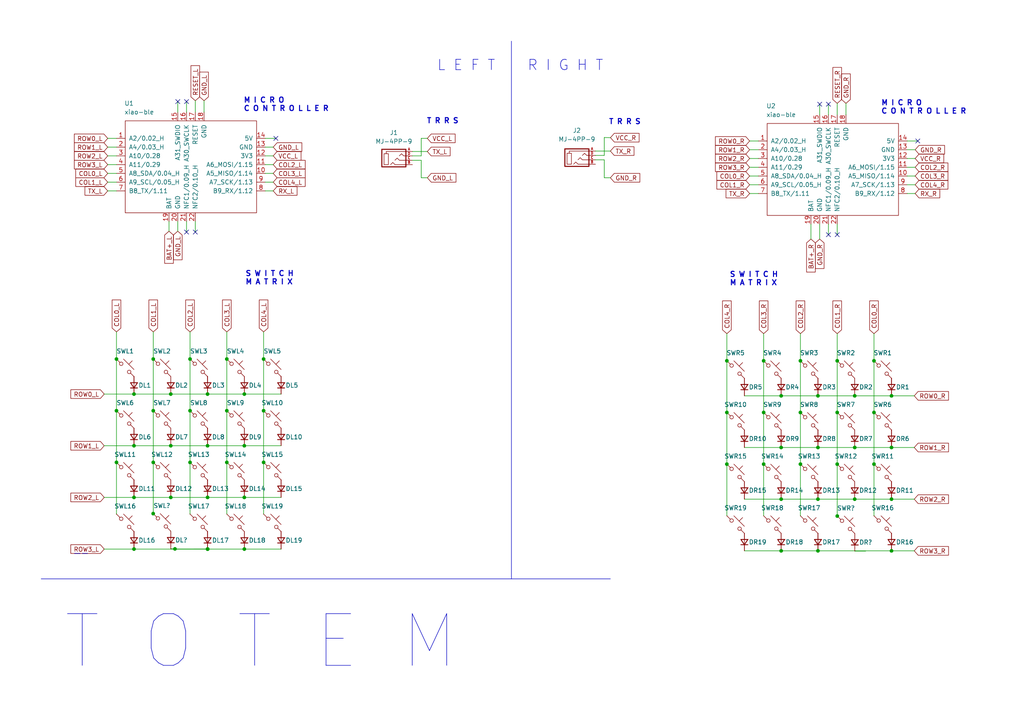
<source format=kicad_sch>
(kicad_sch (version 20211123) (generator eeschema)

  (uuid 4d1e609f-5432-4afb-8ee7-7d2d9aaaee48)

  (paper "A4")

  (title_block
    (title "TOTEM split keyboard")
    (date "2022-11-09")
    (rev "0.3")
    (comment 1 "made by GEIST")
  )

  (lib_symbols
    (symbol "Device:D_Small" (pin_numbers hide) (pin_names (offset 0.254) hide) (in_bom yes) (on_board yes)
      (property "Reference" "D" (id 0) (at -1.27 2.032 0)
        (effects (font (size 1.27 1.27)) (justify left))
      )
      (property "Value" "D_Small" (id 1) (at -3.81 -2.032 0)
        (effects (font (size 1.27 1.27)) (justify left))
      )
      (property "Footprint" "" (id 2) (at 0 0 90)
        (effects (font (size 1.27 1.27)) hide)
      )
      (property "Datasheet" "~" (id 3) (at 0 0 90)
        (effects (font (size 1.27 1.27)) hide)
      )
      (property "ki_keywords" "diode" (id 4) (at 0 0 0)
        (effects (font (size 1.27 1.27)) hide)
      )
      (property "ki_description" "Diode, small symbol" (id 5) (at 0 0 0)
        (effects (font (size 1.27 1.27)) hide)
      )
      (property "ki_fp_filters" "TO-???* *_Diode_* *SingleDiode* D_*" (id 6) (at 0 0 0)
        (effects (font (size 1.27 1.27)) hide)
      )
      (symbol "D_Small_0_1"
        (polyline
          (pts
            (xy -0.762 -1.016)
            (xy -0.762 1.016)
          )
          (stroke (width 0.254) (type default) (color 0 0 0 0))
          (fill (type none))
        )
        (polyline
          (pts
            (xy -0.762 0)
            (xy 0.762 0)
          )
          (stroke (width 0) (type default) (color 0 0 0 0))
          (fill (type none))
        )
        (polyline
          (pts
            (xy 0.762 -1.016)
            (xy -0.762 0)
            (xy 0.762 1.016)
            (xy 0.762 -1.016)
          )
          (stroke (width 0.254) (type default) (color 0 0 0 0))
          (fill (type none))
        )
      )
      (symbol "D_Small_1_1"
        (pin passive line (at -2.54 0 0) (length 1.778)
          (name "K" (effects (font (size 1.27 1.27))))
          (number "1" (effects (font (size 1.27 1.27))))
        )
        (pin passive line (at 2.54 0 180) (length 1.778)
          (name "A" (effects (font (size 1.27 1.27))))
          (number "2" (effects (font (size 1.27 1.27))))
        )
      )
    )
    (symbol "Switch:SW_Push_45deg" (pin_numbers hide) (pin_names (offset 1.016) hide) (in_bom yes) (on_board yes)
      (property "Reference" "SW" (id 0) (at 3.048 1.016 0)
        (effects (font (size 1.27 1.27)) (justify left))
      )
      (property "Value" "SW_Push_45deg" (id 1) (at 0 -3.81 0)
        (effects (font (size 1.27 1.27)))
      )
      (property "Footprint" "" (id 2) (at 0 0 0)
        (effects (font (size 1.27 1.27)) hide)
      )
      (property "Datasheet" "~" (id 3) (at 0 0 0)
        (effects (font (size 1.27 1.27)) hide)
      )
      (property "ki_keywords" "switch normally-open pushbutton push-button" (id 4) (at 0 0 0)
        (effects (font (size 1.27 1.27)) hide)
      )
      (property "ki_description" "Push button switch, normally open, two pins, 45° tilted" (id 5) (at 0 0 0)
        (effects (font (size 1.27 1.27)) hide)
      )
      (symbol "SW_Push_45deg_0_1"
        (circle (center -1.1684 1.1684) (radius 0.508)
          (stroke (width 0) (type default) (color 0 0 0 0))
          (fill (type none))
        )
        (polyline
          (pts
            (xy -0.508 2.54)
            (xy 2.54 -0.508)
          )
          (stroke (width 0) (type default) (color 0 0 0 0))
          (fill (type none))
        )
        (polyline
          (pts
            (xy 1.016 1.016)
            (xy 2.032 2.032)
          )
          (stroke (width 0) (type default) (color 0 0 0 0))
          (fill (type none))
        )
        (polyline
          (pts
            (xy -2.54 2.54)
            (xy -1.524 1.524)
            (xy -1.524 1.524)
          )
          (stroke (width 0) (type default) (color 0 0 0 0))
          (fill (type none))
        )
        (polyline
          (pts
            (xy 1.524 -1.524)
            (xy 2.54 -2.54)
            (xy 2.54 -2.54)
            (xy 2.54 -2.54)
          )
          (stroke (width 0) (type default) (color 0 0 0 0))
          (fill (type none))
        )
        (circle (center 1.143 -1.1938) (radius 0.508)
          (stroke (width 0) (type default) (color 0 0 0 0))
          (fill (type none))
        )
        (pin passive line (at -2.54 2.54 0) (length 0)
          (name "1" (effects (font (size 1.27 1.27))))
          (number "1" (effects (font (size 1.27 1.27))))
        )
        (pin passive line (at 2.54 -2.54 180) (length 0)
          (name "2" (effects (font (size 1.27 1.27))))
          (number "2" (effects (font (size 1.27 1.27))))
        )
      )
    )
    (symbol "kbd:MJ-4PP-9" (pin_names (offset 1.016)) (in_bom yes) (on_board yes)
      (property "Reference" "J" (id 0) (at 0 3.81 0)
        (effects (font (size 1.27 1.27)))
      )
      (property "Value" "MJ-4PP-9" (id 1) (at 0 -3.81 0)
        (effects (font (size 1.27 1.27)))
      )
      (property "Footprint" "" (id 2) (at 6.985 4.445 0)
        (effects (font (size 1.27 1.27)) hide)
      )
      (property "Datasheet" "~" (id 3) (at 6.985 4.445 0)
        (effects (font (size 1.27 1.27)) hide)
      )
      (property "ki_keywords" "audio jack receptable stereo headphones TRRS connector" (id 4) (at 0 0 0)
        (effects (font (size 1.27 1.27)) hide)
      )
      (property "ki_description" "4-pin (audio) jack receptable (stereo + 4th pin/TRRS connector), compatible with PJ320A" (id 5) (at 0 0 0)
        (effects (font (size 1.27 1.27)) hide)
      )
      (symbol "MJ-4PP-9_0_1"
        (rectangle (start -1.905 -1.905) (end -3.175 1.27)
          (stroke (width 0) (type default) (color 0 0 0 0))
          (fill (type none))
        )
        (polyline
          (pts
            (xy -2.54 1.27)
            (xy -2.54 1.905)
            (xy 3.175 1.905)
          )
          (stroke (width 0) (type default) (color 0 0 0 0))
          (fill (type none))
        )
        (polyline
          (pts
            (xy -1.27 -1.905)
            (xy -0.635 -1.27)
            (xy 0 -1.905)
            (xy 3.175 -1.905)
          )
          (stroke (width 0) (type default) (color 0 0 0 0))
          (fill (type none))
        )
        (polyline
          (pts
            (xy 0 -0.635)
            (xy 0.635 0)
            (xy 1.27 -0.635)
            (xy 3.175 -0.635)
          )
          (stroke (width 0) (type default) (color 0 0 0 0))
          (fill (type none))
        )
        (polyline
          (pts
            (xy 1.27 0.635)
            (xy 1.905 1.27)
            (xy 2.54 0.635)
            (xy 3.175 0.635)
          )
          (stroke (width 0) (type default) (color 0 0 0 0))
          (fill (type none))
        )
        (rectangle (start 3.175 2.54) (end -3.81 -2.54)
          (stroke (width 0.3048) (type default) (color 0 0 0 0))
          (fill (type none))
        )
      )
      (symbol "MJ-4PP-9_1_1"
        (pin input line (at 5.08 1.905 180) (length 2.0066)
          (name "~" (effects (font (size 0.508 0.508))))
          (number "A" (effects (font (size 0.7112 0.7112))))
        )
        (pin input line (at 5.08 -1.905 180) (length 2.0066)
          (name "~" (effects (font (size 0.508 0.508))))
          (number "B" (effects (font (size 0.7112 0.7112))))
        )
        (pin input line (at 5.08 -0.635 180) (length 2.0066)
          (name "~" (effects (font (size 0.508 0.508))))
          (number "C" (effects (font (size 0.7112 0.7112))))
        )
        (pin input line (at 5.08 0.635 180) (length 2.0066)
          (name "~" (effects (font (size 0.508 0.508))))
          (number "D" (effects (font (size 0.7112 0.7112))))
        )
      )
    )
    (symbol "mcu:xiao-ble" (pin_names (offset 1.016)) (in_bom yes) (on_board yes)
      (property "Reference" "U" (id 0) (at -17.78 16.51 0)
        (effects (font (size 1.27 1.27)))
      )
      (property "Value" "xiao-ble" (id 1) (at -15.24 13.97 0)
        (effects (font (size 1.27 1.27)))
      )
      (property "Footprint" "" (id 2) (at -7.62 5.08 0)
        (effects (font (size 1.27 1.27)) hide)
      )
      (property "Datasheet" "" (id 3) (at -7.62 5.08 0)
        (effects (font (size 1.27 1.27)) hide)
      )
      (symbol "xiao-ble_0_1"
        (rectangle (start -19.05 12.7) (end 19.05 -13.97)
          (stroke (width 0) (type default) (color 0 0 0 0))
          (fill (type none))
        )
      )
      (symbol "xiao-ble_1_1"
        (pin bidirectional line (at -21.59 7.62 0) (length 2.54)
          (name "A2/0.02_H" (effects (font (size 1.27 1.27))))
          (number "1" (effects (font (size 1.27 1.27))))
        )
        (pin bidirectional line (at 21.59 -2.54 180) (length 2.54)
          (name "A5_MISO/1.14" (effects (font (size 1.27 1.27))))
          (number "10" (effects (font (size 1.27 1.27))))
        )
        (pin bidirectional line (at 21.59 0 180) (length 2.54)
          (name "A6_MOSI/1.15" (effects (font (size 1.27 1.27))))
          (number "11" (effects (font (size 1.27 1.27))))
        )
        (pin power_out line (at 21.59 2.54 180) (length 2.54)
          (name "3V3" (effects (font (size 1.27 1.27))))
          (number "12" (effects (font (size 1.27 1.27))))
        )
        (pin power_out line (at 21.59 5.08 180) (length 2.54)
          (name "GND" (effects (font (size 1.27 1.27))))
          (number "13" (effects (font (size 1.27 1.27))))
        )
        (pin power_out line (at 21.59 7.62 180) (length 2.54)
          (name "5V" (effects (font (size 1.27 1.27))))
          (number "14" (effects (font (size 1.27 1.27))))
        )
        (pin input line (at -3.81 15.24 270) (length 2.54)
          (name "A31_SWDIO" (effects (font (size 1.27 1.27))))
          (number "15" (effects (font (size 1.27 1.27))))
        )
        (pin input line (at -1.27 15.24 270) (length 2.54)
          (name "A30_SWCLK" (effects (font (size 1.27 1.27))))
          (number "16" (effects (font (size 1.27 1.27))))
        )
        (pin input line (at 1.27 15.24 270) (length 2.54)
          (name "RESET" (effects (font (size 1.27 1.27))))
          (number "17" (effects (font (size 1.27 1.27))))
        )
        (pin power_out line (at 3.81 15.24 270) (length 2.54)
          (name "GND" (effects (font (size 1.27 1.27))))
          (number "18" (effects (font (size 1.27 1.27))))
        )
        (pin bidirectional line (at -6.35 -16.51 90) (length 2.54)
          (name "BAT" (effects (font (size 1.27 1.27))))
          (number "19" (effects (font (size 1.27 1.27))))
        )
        (pin bidirectional line (at -21.59 5.08 0) (length 2.54)
          (name "A4/0.03_H" (effects (font (size 1.27 1.27))))
          (number "2" (effects (font (size 1.27 1.27))))
        )
        (pin power_out line (at -3.81 -16.51 90) (length 2.54)
          (name "GND" (effects (font (size 1.27 1.27))))
          (number "20" (effects (font (size 1.27 1.27))))
        )
        (pin bidirectional line (at -1.27 -16.51 90) (length 2.54)
          (name "NFC1/0.09_H" (effects (font (size 1.27 1.27))))
          (number "21" (effects (font (size 1.27 1.27))))
        )
        (pin bidirectional line (at 1.27 -16.51 90) (length 2.54)
          (name "NFC2/0.10_H" (effects (font (size 1.27 1.27))))
          (number "22" (effects (font (size 1.27 1.27))))
        )
        (pin bidirectional line (at -21.59 2.54 0) (length 2.54)
          (name "A10/0.28" (effects (font (size 1.27 1.27))))
          (number "3" (effects (font (size 1.27 1.27))))
        )
        (pin bidirectional line (at -21.59 0 0) (length 2.54)
          (name "A11/0.29" (effects (font (size 1.27 1.27))))
          (number "4" (effects (font (size 1.27 1.27))))
        )
        (pin bidirectional line (at -21.59 -2.54 0) (length 2.54)
          (name "A8_SDA/0.04_H" (effects (font (size 1.27 1.27))))
          (number "5" (effects (font (size 1.27 1.27))))
        )
        (pin bidirectional line (at -21.59 -5.08 0) (length 2.54)
          (name "A9_SCL/0.05_H" (effects (font (size 1.27 1.27))))
          (number "6" (effects (font (size 1.27 1.27))))
        )
        (pin bidirectional line (at -21.59 -7.62 0) (length 2.54)
          (name "B8_TX/1.11" (effects (font (size 1.27 1.27))))
          (number "7" (effects (font (size 1.27 1.27))))
        )
        (pin bidirectional line (at 21.59 -7.62 180) (length 2.54)
          (name "B9_RX/1.12" (effects (font (size 1.27 1.27))))
          (number "8" (effects (font (size 1.27 1.27))))
        )
        (pin bidirectional line (at 21.59 -5.08 180) (length 2.54)
          (name "A7_SCK/1.13" (effects (font (size 1.27 1.27))))
          (number "9" (effects (font (size 1.27 1.27))))
        )
      )
    )
  )

  (junction (at 33.782 104.14) (diameter 0) (color 0 0 0 0)
    (uuid 00b3b1f1-840b-4e58-9c51-e1ad591adf77)
  )
  (junction (at 33.782 134.112) (diameter 0) (color 0 0 0 0)
    (uuid 00b96f0e-3d23-46d3-9539-57b21ac25fde)
  )
  (junction (at 226.568 129.794) (diameter 0) (color 0 0 0 0)
    (uuid 06710795-3135-446b-80ae-5e1bea644528)
  )
  (junction (at 49.53 114.3) (diameter 0) (color 0 0 0 0)
    (uuid 0823ae04-2ad7-4806-a401-4c68b8704156)
  )
  (junction (at 44.45 119.126) (diameter 0) (color 0 0 0 0)
    (uuid 12e29d99-a29a-4827-b9ec-b8b260d9bf92)
  )
  (junction (at 55.118 119.126) (diameter 0) (color 0 0 0 0)
    (uuid 1f286613-20f3-4ad1-8f7f-2fec857054a1)
  )
  (junction (at 70.866 129.286) (diameter 0) (color 0 0 0 0)
    (uuid 28181998-3d42-4d80-a39f-fee10e035945)
  )
  (junction (at 226.568 144.78) (diameter 0) (color 0 0 0 0)
    (uuid 28d10ee0-4a16-4d0e-96c6-ce05c5dae587)
  )
  (junction (at 226.568 159.766) (diameter 0) (color 0 0 0 0)
    (uuid 2b870d2e-9576-497e-8c0b-44f9463d28b2)
  )
  (junction (at 237.236 114.808) (diameter 0) (color 0 0 0 0)
    (uuid 2bd784aa-d30d-4f97-93ea-636873d49e36)
  )
  (junction (at 49.53 144.272) (diameter 0) (color 0 0 0 0)
    (uuid 317ace68-af84-43b8-b290-af9e07d1d07c)
  )
  (junction (at 38.862 159.258) (diameter 0) (color 0 0 0 0)
    (uuid 3194d614-da23-45a0-a903-559326649770)
  )
  (junction (at 232.156 119.634) (diameter 0) (color 0 0 0 0)
    (uuid 396037a6-e91b-4e87-9077-f68857bfe1c4)
  )
  (junction (at 50.7426 159.2066) (diameter 0) (color 0 0 0 0)
    (uuid 3b255e13-ae9c-40d2-a47e-76e3e510d5e3)
  )
  (junction (at 258.572 144.78) (diameter 0) (color 0 0 0 0)
    (uuid 3b36577f-cdb1-4577-8d59-377b0e4904ff)
  )
  (junction (at 76.454 104.14) (diameter 0) (color 0 0 0 0)
    (uuid 3da8ef01-42c0-49b5-93b1-f1fedb484394)
  )
  (junction (at 70.866 144.272) (diameter 0) (color 0 0 0 0)
    (uuid 3ed5dcd2-cb20-4066-bd4b-92cbbcfbc489)
  )
  (junction (at 221.488 119.634) (diameter 0) (color 0 0 0 0)
    (uuid 3ffd82c5-51d0-4e97-9aae-031a20f58ac9)
  )
  (junction (at 237.236 159.766) (diameter 0) (color 0 0 0 0)
    (uuid 41dfc458-daa9-4458-a0bb-cbe65365ab3c)
  )
  (junction (at 247.904 144.78) (diameter 0) (color 0 0 0 0)
    (uuid 461817a3-50ca-4fae-a712-4942f79ae139)
  )
  (junction (at 76.454 119.126) (diameter 0) (color 0 0 0 0)
    (uuid 461cca8b-f20d-436a-b59f-e078d16e2a04)
  )
  (junction (at 44.45 104.14) (diameter 0) (color 0 0 0 0)
    (uuid 48e5a361-7cab-47e8-9e4b-e58699cb656b)
  )
  (junction (at 70.866 114.3) (diameter 0) (color 0 0 0 0)
    (uuid 4c9f5d6d-df50-4f17-b925-4e9559133737)
  )
  (junction (at 242.824 134.62) (diameter 0) (color 0 0 0 0)
    (uuid 507fafb9-8cc8-4a51-8b9d-9e6015f4a735)
  )
  (junction (at 210.82 134.62) (diameter 0) (color 0 0 0 0)
    (uuid 5f753566-e61e-4541-ad57-bc79d34b94d5)
  )
  (junction (at 232.156 134.62) (diameter 0) (color 0 0 0 0)
    (uuid 613bf4e9-e8d7-44af-91d5-8d4ac490a71c)
  )
  (junction (at 55.118 104.14) (diameter 0) (color 0 0 0 0)
    (uuid 68160d7e-f79c-4a33-a415-2f2ce85a90f5)
  )
  (junction (at 247.904 129.794) (diameter 0) (color 0 0 0 0)
    (uuid 6b6cc145-4282-4d4a-9204-08024cd04099)
  )
  (junction (at 242.824 104.648) (diameter 0) (color 0 0 0 0)
    (uuid 6d71dc3e-dca3-457c-9a90-59d15c92315b)
  )
  (junction (at 60.2415 159.258) (diameter 0) (color 0 0 0 0)
    (uuid 705c19fd-169e-4d3a-8dc8-ee1e96b6f47c)
  )
  (junction (at 60.198 144.272) (diameter 0) (color 0 0 0 0)
    (uuid 76078e6d-7374-4527-83cd-1d28d0ad2730)
  )
  (junction (at 38.862 144.272) (diameter 0) (color 0 0 0 0)
    (uuid 79c9c1d5-0dde-4ddd-9ba7-a7eacbace8d3)
  )
  (junction (at 232.156 104.648) (diameter 0) (color 0 0 0 0)
    (uuid 7a859eed-da10-4bff-b4c8-3684a64bc415)
  )
  (junction (at 247.904 114.808) (diameter 0) (color 0 0 0 0)
    (uuid 85328f25-6ce8-4af6-b4bf-4cbaa9e124bc)
  )
  (junction (at 44.4275 148.9667) (diameter 0) (color 0 0 0 0)
    (uuid 9e6c32a3-5689-454f-9bb9-46a077df62ee)
  )
  (junction (at 210.82 104.648) (diameter 0) (color 0 0 0 0)
    (uuid 9f3c3695-48ba-4bf5-8c2d-a17948240dc6)
  )
  (junction (at 65.786 104.14) (diameter 0) (color 0 0 0 0)
    (uuid a2f9f496-e054-41d6-86d1-dd9815f709ba)
  )
  (junction (at 60.198 114.3) (diameter 0) (color 0 0 0 0)
    (uuid a57c4240-3d7e-4644-8613-91d0711ad577)
  )
  (junction (at 60.198 159.258) (diameter 0) (color 0 0 0 0)
    (uuid a84297c2-23d9-40c6-b319-67cd31aee3f9)
  )
  (junction (at 258.572 129.794) (diameter 0) (color 0 0 0 0)
    (uuid a9217d8e-9606-400b-9256-ec51d6a98a2d)
  )
  (junction (at 49.53 129.286) (diameter 0) (color 0 0 0 0)
    (uuid aa720e16-7104-4d9c-9058-23fe0537fe69)
  )
  (junction (at 33.782 119.126) (diameter 0) (color 0 0 0 0)
    (uuid ad492f85-8786-4cd5-902f-00e8d0a88dcb)
  )
  (junction (at 258.572 114.808) (diameter 0) (color 0 0 0 0)
    (uuid b1f7fadd-c71d-4a99-8018-43a96016570c)
  )
  (junction (at 70.866 159.258) (diameter 0) (color 0 0 0 0)
    (uuid bba38b4a-84e7-4b81-aa45-2458ef3dd00f)
  )
  (junction (at 237.236 129.794) (diameter 0) (color 0 0 0 0)
    (uuid bde5db9f-664c-4f1d-af69-55742569178b)
  )
  (junction (at 221.488 134.62) (diameter 0) (color 0 0 0 0)
    (uuid bf18cd36-6341-425b-9a83-40a5bbd41268)
  )
  (junction (at 44.45 134.112) (diameter 0) (color 0 0 0 0)
    (uuid c2cf12a3-9db7-44d9-8ad8-f947ecaee10a)
  )
  (junction (at 55.118 134.112) (diameter 0) (color 0 0 0 0)
    (uuid c9c0eb6d-55d7-401d-a6ad-9e4ab7850d2e)
  )
  (junction (at 258.572 159.766) (diameter 0) (color 0 0 0 0)
    (uuid ceb6be22-4d7b-4203-adcc-f9f1dc9913e7)
  )
  (junction (at 253.492 119.634) (diameter 0) (color 0 0 0 0)
    (uuid d8b5eb0c-2ec3-4dd1-9d69-300725bd8045)
  )
  (junction (at 242.824 119.634) (diameter 0) (color 0 0 0 0)
    (uuid e486e93a-314c-464b-a6fd-330bd3ba7613)
  )
  (junction (at 38.862 129.286) (diameter 0) (color 0 0 0 0)
    (uuid e8ab7fb6-f091-4552-a7e6-d50e7d99d366)
  )
  (junction (at 65.786 119.126) (diameter 0) (color 0 0 0 0)
    (uuid e8c905c7-3671-44e3-9f23-747f052432a1)
  )
  (junction (at 76.454 134.112) (diameter 0) (color 0 0 0 0)
    (uuid edc870e3-145f-4db3-bb4d-01346e32d54a)
  )
  (junction (at 253.492 134.62) (diameter 0) (color 0 0 0 0)
    (uuid ef14573c-b78d-4b5e-9cac-a5b1c7756bba)
  )
  (junction (at 242.8424 149.6773) (diameter 0) (color 0 0 0 0)
    (uuid f099ff65-155e-411c-a664-7161d6db8171)
  )
  (junction (at 65.786 134.112) (diameter 0) (color 0 0 0 0)
    (uuid f18815ce-73f9-4672-825b-5079a9024b5e)
  )
  (junction (at 226.568 114.808) (diameter 0) (color 0 0 0 0)
    (uuid f354663a-0cb8-48c0-9829-7562440553af)
  )
  (junction (at 60.198 129.286) (diameter 0) (color 0 0 0 0)
    (uuid f504aeff-81ed-49d1-b963-d507a490be53)
  )
  (junction (at 237.236 144.78) (diameter 0) (color 0 0 0 0)
    (uuid f79625e7-b71f-4042-b21a-16a874945f81)
  )
  (junction (at 38.862 114.3) (diameter 0) (color 0 0 0 0)
    (uuid f7d58153-e90b-4d7f-ac48-c2f063a21d02)
  )
  (junction (at 253.492 104.648) (diameter 0) (color 0 0 0 0)
    (uuid f9061ec3-d2a9-4b64-aedd-968d1766cc69)
  )
  (junction (at 221.488 104.648) (diameter 0) (color 0 0 0 0)
    (uuid fb47a420-cf54-43d4-aa4e-06496393b3e5)
  )
  (junction (at 210.82 119.634) (diameter 0) (color 0 0 0 0)
    (uuid ff7b7753-0669-4700-8e89-3a2391502854)
  )

  (no_connect (at 237.744 30.226) (uuid 4a62b8d0-6e26-46a9-88ce-77af2722e92a))
  (no_connect (at 240.284 30.226) (uuid 4a62b8d0-6e26-46a9-88ce-77af2722e92b))
  (no_connect (at 54.102 67.31) (uuid 6a9171bf-1129-4f13-ba59-c8308abb87ad))
  (no_connect (at 56.642 67.31) (uuid 6a9171bf-1129-4f13-ba59-c8308abb87ae))
  (no_connect (at 54.102 29.464) (uuid 85787ec2-9e13-474f-8322-a19f08ed4654))
  (no_connect (at 51.562 29.464) (uuid 85787ec2-9e13-474f-8322-a19f08ed4655))
  (no_connect (at 266.192 40.894) (uuid b540916f-12c5-439a-aa68-15913682db20))
  (no_connect (at 80.01 40.132) (uuid f048eeb7-79d2-4145-b78d-f16aa32cb282))
  (no_connect (at 242.824 68.072) (uuid f69e8b8d-ea0b-4bda-8d95-142ee9417c15))
  (no_connect (at 240.284 68.072) (uuid f69e8b8d-ea0b-4bda-8d95-142ee9417c16))

  (wire (pts (xy 215.9 144.78) (xy 226.568 144.78))
    (stroke (width 0) (type default) (color 0 0 0 0))
    (uuid 00280292-8452-4d00-a7ed-6d930fb1c472)
  )
  (wire (pts (xy 49.022 64.262) (xy 49.022 67.056))
    (stroke (width 0) (type default) (color 0 0 0 0))
    (uuid 01f9e0f1-621a-4950-9891-dfe2d70311c9)
  )
  (wire (pts (xy 217.424 40.894) (xy 219.964 40.894))
    (stroke (width 0) (type default) (color 0 0 0 0))
    (uuid 0227582d-e389-4dfd-8edb-2e2001cbddf1)
  )
  (wire (pts (xy 215.9 129.794) (xy 226.568 129.794))
    (stroke (width 0) (type default) (color 0 0 0 0))
    (uuid 035c0b33-ecb8-4f91-b98c-354a13952fed)
  )
  (wire (pts (xy 50.7565 159.2754) (xy 50.7426 159.2066))
    (stroke (width 0) (type default) (color 0 0 0 0))
    (uuid 056271b1-ad0b-428c-b11e-451ff3603aee)
  )
  (wire (pts (xy 247.904 114.808) (xy 258.572 114.808))
    (stroke (width 0) (type default) (color 0 0 0 0))
    (uuid 0745ff97-f214-48f3-beda-51bff2ed39f3)
  )
  (wire (pts (xy 76.962 40.132) (xy 80.01 40.132))
    (stroke (width 0) (type default) (color 0 0 0 0))
    (uuid 0a3f1e00-9650-48a0-9ea7-4666325ca804)
  )
  (wire (pts (xy 253.492 96.774) (xy 253.492 104.648))
    (stroke (width 0) (type default) (color 0 0 0 0))
    (uuid 0f9eca88-65b4-4062-92f9-ac279f9c2d37)
  )
  (wire (pts (xy 56.642 29.21) (xy 56.642 32.512))
    (stroke (width 0) (type default) (color 0 0 0 0))
    (uuid 1d04e376-d1d5-40a1-bf63-6a9880a25426)
  )
  (wire (pts (xy 65.786 104.14) (xy 65.786 119.126))
    (stroke (width 0) (type default) (color 0 0 0 0))
    (uuid 1ffb61df-62d8-43e0-ae8e-fa3680f3601b)
  )
  (wire (pts (xy 263.144 51.054) (xy 265.43 51.054))
    (stroke (width 0) (type default) (color 0 0 0 0))
    (uuid 20fb277e-77ae-448f-b0a6-ac8305afc629)
  )
  (wire (pts (xy 240.284 65.024) (xy 240.284 68.072))
    (stroke (width 0) (type default) (color 0 0 0 0))
    (uuid 227de40d-89fe-496b-be3b-8e55a5e2320b)
  )
  (wire (pts (xy 242.824 134.62) (xy 242.824 149.6277))
    (stroke (width 0) (type default) (color 0 0 0 0))
    (uuid 241bb382-2a1e-47de-80c5-c96692182e80)
  )
  (wire (pts (xy 49.53 144.272) (xy 60.198 144.272))
    (stroke (width 0) (type default) (color 0 0 0 0))
    (uuid 24afaf9e-33aa-4f2b-b422-2fd0fdd0d8d3)
  )
  (wire (pts (xy 210.82 96.774) (xy 210.82 104.648))
    (stroke (width 0) (type default) (color 0 0 0 0))
    (uuid 26f1e9d7-25bc-425f-979c-6ecd2b921537)
  )
  (wire (pts (xy 31.242 40.132) (xy 33.782 40.132))
    (stroke (width 0) (type default) (color 0 0 0 0))
    (uuid 28e89341-5e35-4bfe-93fd-828a89744932)
  )
  (wire (pts (xy 217.424 56.134) (xy 219.964 56.134))
    (stroke (width 0) (type default) (color 0 0 0 0))
    (uuid 2db31aca-56b3-4801-b61a-a239fce9a93f)
  )
  (wire (pts (xy 122.174 40.132) (xy 122.174 45.212))
    (stroke (width 0) (type default) (color 0 0 0 0))
    (uuid 2db34d22-f497-47df-9dab-3e66b3f28f5f)
  )
  (wire (pts (xy 175.26 46.355) (xy 175.26 51.562))
    (stroke (width 0) (type default) (color 0 0 0 0))
    (uuid 2db7f29b-a339-497a-91cb-eaa02f786b3e)
  )
  (wire (pts (xy 70.866 129.286) (xy 81.534 129.286))
    (stroke (width 0) (type default) (color 0 0 0 0))
    (uuid 32d5959a-bf37-4ec9-9a37-fb44bee31b77)
  )
  (wire (pts (xy 226.568 144.78) (xy 237.236 144.78))
    (stroke (width 0) (type default) (color 0 0 0 0))
    (uuid 34084487-be7c-4e96-91fe-0a07fd63f99c)
  )
  (wire (pts (xy 210.82 134.62) (xy 210.82 149.606))
    (stroke (width 0) (type default) (color 0 0 0 0))
    (uuid 3517a990-90d5-4a6e-89f2-2add22b1a4a9)
  )
  (wire (pts (xy 210.82 119.634) (xy 210.82 134.62))
    (stroke (width 0) (type default) (color 0 0 0 0))
    (uuid 38bbd938-00e8-4b05-9317-05c2aeb551db)
  )
  (wire (pts (xy 44.45 134.112) (xy 44.45 149.0466))
    (stroke (width 0) (type default) (color 0 0 0 0))
    (uuid 39d64d25-9453-4274-b457-33a096bc633f)
  )
  (wire (pts (xy 237.236 114.808) (xy 247.904 114.808))
    (stroke (width 0) (type default) (color 0 0 0 0))
    (uuid 39f32492-1b61-4070-892e-85202bbe82e6)
  )
  (wire (pts (xy 217.424 51.054) (xy 219.964 51.054))
    (stroke (width 0) (type default) (color 0 0 0 0))
    (uuid 3c715446-21a0-47fe-842c-6b3c6eff4c19)
  )
  (wire (pts (xy 65.786 119.126) (xy 65.786 134.112))
    (stroke (width 0) (type default) (color 0 0 0 0))
    (uuid 3c9fb477-f16c-412e-92bf-1e9c37fb4383)
  )
  (wire (pts (xy 263.144 43.434) (xy 265.43 43.434))
    (stroke (width 0) (type default) (color 0 0 0 0))
    (uuid 3d009266-3a68-400c-be66-2c4b4e231cf6)
  )
  (wire (pts (xy 247.9224 159.8373) (xy 251.0731 159.8373))
    (stroke (width 0) (type default) (color 0 0 0 0))
    (uuid 41f19dce-9ba8-4a33-b033-9810acf9ffff)
  )
  (wire (pts (xy 55.118 134.112) (xy 55.118 149.098))
    (stroke (width 0) (type default) (color 0 0 0 0))
    (uuid 41f35458-cb9b-473c-80cb-9576ebea8976)
  )
  (wire (pts (xy 253.492 134.62) (xy 253.492 149.606))
    (stroke (width 0) (type default) (color 0 0 0 0))
    (uuid 42cb365e-2189-4467-9a16-d02a4c79cf9c)
  )
  (wire (pts (xy 122.174 46.482) (xy 122.174 51.562))
    (stroke (width 0) (type default) (color 0 0 0 0))
    (uuid 48e69398-a97f-4cd8-89f5-8efb2e410f7c)
  )
  (wire (pts (xy 38.862 129.286) (xy 49.53 129.286))
    (stroke (width 0) (type default) (color 0 0 0 0))
    (uuid 4b23f63a-546c-4c47-aa6f-c64de8ea900d)
  )
  (wire (pts (xy 76.454 104.14) (xy 76.454 119.126))
    (stroke (width 0) (type default) (color 0 0 0 0))
    (uuid 4c6e788d-b71a-43ea-952d-068d8a8cfa7b)
  )
  (wire (pts (xy 242.824 104.648) (xy 242.824 119.634))
    (stroke (width 0) (type default) (color 0 0 0 0))
    (uuid 4c7a8e87-fb1c-476f-b382-e62bb328dca6)
  )
  (wire (pts (xy 232.156 96.774) (xy 232.156 104.648))
    (stroke (width 0) (type default) (color 0 0 0 0))
    (uuid 4cef57ba-4a53-4643-9122-d62b1b55660b)
  )
  (wire (pts (xy 215.9 114.808) (xy 226.568 114.808))
    (stroke (width 0) (type default) (color 0 0 0 0))
    (uuid 4d849caf-e714-4a4c-9059-df9d9d375f39)
  )
  (wire (pts (xy 49.53 143.51) (xy 49.53 144.272))
    (stroke (width 0) (type default) (color 0 0 0 0))
    (uuid 4d8b3ea1-e7e6-46ac-a846-550ef95f4a81)
  )
  (wire (pts (xy 76.962 45.212) (xy 79.248 45.212))
    (stroke (width 0) (type default) (color 0 0 0 0))
    (uuid 4eb11f41-fc2f-40ff-93df-e4e9c2448fed)
  )
  (wire (pts (xy 33.782 134.112) (xy 33.782 149.098))
    (stroke (width 0) (type default) (color 0 0 0 0))
    (uuid 4ec7e128-ecad-4d67-8313-0a6ca9b5ef31)
  )
  (wire (pts (xy 31.242 47.752) (xy 33.782 47.752))
    (stroke (width 0) (type default) (color 0 0 0 0))
    (uuid 4f9b1e2d-6036-43be-b3c5-4f5dcd28d404)
  )
  (wire (pts (xy 54.102 29.464) (xy 54.102 32.512))
    (stroke (width 0) (type default) (color 0 0 0 0))
    (uuid 514ca378-c17f-40e4-9934-0d0d4e98ab90)
  )
  (wire (pts (xy 217.424 48.514) (xy 219.964 48.514))
    (stroke (width 0) (type default) (color 0 0 0 0))
    (uuid 55f4ce5c-5ade-4b5d-b3ff-a4f998f63090)
  )
  (wire (pts (xy 30.226 129.286) (xy 38.862 129.286))
    (stroke (width 0) (type default) (color 0 0 0 0))
    (uuid 57be7bfd-ab51-478a-8665-85db28727cbc)
  )
  (wire (pts (xy 237.744 65.024) (xy 237.744 69.342))
    (stroke (width 0) (type default) (color 0 0 0 0))
    (uuid 58eb4bc5-abe9-4474-bd2c-68770d257017)
  )
  (wire (pts (xy 76.962 52.832) (xy 79.248 52.832))
    (stroke (width 0) (type default) (color 0 0 0 0))
    (uuid 59a3fa6a-d815-4914-95be-550b309a5614)
  )
  (wire (pts (xy 253.492 104.648) (xy 253.492 119.634))
    (stroke (width 0) (type default) (color 0 0 0 0))
    (uuid 5ac646b7-e86e-4528-add6-1a70c2099269)
  )
  (wire (pts (xy 38.862 144.272) (xy 49.53 144.272))
    (stroke (width 0) (type default) (color 0 0 0 0))
    (uuid 5f0b2b6d-a0fd-47a3-8667-5f226fedb517)
  )
  (wire (pts (xy 51.562 29.464) (xy 51.562 32.512))
    (stroke (width 0) (type default) (color 0 0 0 0))
    (uuid 630a5f35-0fdb-45da-ae14-b4fcb5456dd8)
  )
  (wire (pts (xy 76.962 55.372) (xy 79.248 55.372))
    (stroke (width 0) (type default) (color 0 0 0 0))
    (uuid 642d203b-9be1-46e0-9e41-c1dc7808cdc5)
  )
  (polyline (pts (xy 21.59 160.528) (xy 25.4 160.528))
    (stroke (width 0) (type default) (color 0 0 0 0))
    (uuid 672ea514-758d-4298-b818-0ee4f5667057)
  )

  (wire (pts (xy 263.144 56.134) (xy 265.43 56.134))
    (stroke (width 0) (type default) (color 0 0 0 0))
    (uuid 6bf3ea73-ce95-4dd0-837d-04b220b8e0c7)
  )
  (wire (pts (xy 263.144 40.894) (xy 266.192 40.894))
    (stroke (width 0) (type default) (color 0 0 0 0))
    (uuid 6f900755-7d19-469b-b1db-3e2b3b5b8a28)
  )
  (wire (pts (xy 215.9 159.766) (xy 226.568 159.766))
    (stroke (width 0) (type default) (color 0 0 0 0))
    (uuid 6fe2f762-731f-470b-81b0-319cf59beae4)
  )
  (wire (pts (xy 70.866 114.3) (xy 81.534 114.3))
    (stroke (width 0) (type default) (color 0 0 0 0))
    (uuid 719babdd-d62f-44c2-b0a4-f60c2cdb6cc3)
  )
  (wire (pts (xy 175.26 51.562) (xy 177.038 51.562))
    (stroke (width 0) (type default) (color 0 0 0 0))
    (uuid 7215cc52-8fa5-4343-a8ec-6afcc9706ac3)
  )
  (wire (pts (xy 258.572 129.794) (xy 265.176 129.794))
    (stroke (width 0) (type default) (color 0 0 0 0))
    (uuid 739c0653-fb89-41a0-9e55-ea3cb371a97a)
  )
  (wire (pts (xy 263.144 48.514) (xy 265.43 48.514))
    (stroke (width 0) (type default) (color 0 0 0 0))
    (uuid 775d5b08-5a3f-49e2-b6af-17694dd41e92)
  )
  (wire (pts (xy 242.824 119.634) (xy 242.824 134.62))
    (stroke (width 0) (type default) (color 0 0 0 0))
    (uuid 79268689-1bf7-4b67-99a5-3de741873baf)
  )
  (wire (pts (xy 33.782 96.266) (xy 33.782 104.14))
    (stroke (width 0) (type default) (color 0 0 0 0))
    (uuid 7cb815b1-e39e-4cb7-93b0-a95394bb3795)
  )
  (wire (pts (xy 76.454 96.266) (xy 76.454 104.14))
    (stroke (width 0) (type default) (color 0 0 0 0))
    (uuid 7fb40e25-187a-4c82-bab3-33f70e10a38e)
  )
  (wire (pts (xy 122.174 40.132) (xy 123.952 40.132))
    (stroke (width 0) (type default) (color 0 0 0 0))
    (uuid 80ab4a57-83bf-4e0d-a779-bccae0faa98d)
  )
  (wire (pts (xy 232.156 119.634) (xy 232.156 134.62))
    (stroke (width 0) (type default) (color 0 0 0 0))
    (uuid 80f37a89-30c4-48e5-9870-ac5e3d8aca91)
  )
  (wire (pts (xy 38.862 159.258) (xy 60.198 159.258))
    (stroke (width 0) (type default) (color 0 0 0 0))
    (uuid 811e0b87-922d-4ec0-bf13-f34571410428)
  )
  (wire (pts (xy 177.0653 39.925) (xy 175.26 39.878))
    (stroke (width 0) (type default) (color 0 0 0 0))
    (uuid 8377cdd6-9773-4d1a-9f02-1ad3bf946a25)
  )
  (wire (pts (xy 258.572 144.78) (xy 265.176 144.78))
    (stroke (width 0) (type default) (color 0 0 0 0))
    (uuid 8aea9c46-e1dc-488b-8003-fded3fcc176f)
  )
  (wire (pts (xy 31.242 45.212) (xy 33.782 45.212))
    (stroke (width 0) (type default) (color 0 0 0 0))
    (uuid 8b0603d8-3e29-4f14-9dbd-d23e05f903f2)
  )
  (wire (pts (xy 237.236 159.766) (xy 258.572 159.766))
    (stroke (width 0) (type default) (color 0 0 0 0))
    (uuid 8b08737a-1a31-4e98-988d-da5732169f35)
  )
  (wire (pts (xy 65.786 96.266) (xy 65.786 104.14))
    (stroke (width 0) (type default) (color 0 0 0 0))
    (uuid 8b2f988a-e984-42da-85af-820ce9f53019)
  )
  (wire (pts (xy 76.454 134.112) (xy 76.454 149.098))
    (stroke (width 0) (type default) (color 0 0 0 0))
    (uuid 8d4395fc-d218-4907-a342-382d187379f7)
  )
  (wire (pts (xy 221.488 104.648) (xy 221.488 119.634))
    (stroke (width 0) (type default) (color 0 0 0 0))
    (uuid 90ac1051-7183-48d9-a67c-7a24fdcfa22e)
  )
  (wire (pts (xy 44.45 149.0466) (xy 44.4275 148.9667))
    (stroke (width 0) (type default) (color 0 0 0 0))
    (uuid 914fe6bc-74eb-4c6f-bcab-20d22a75dc9a)
  )
  (wire (pts (xy 242.824 96.774) (xy 242.824 104.648))
    (stroke (width 0) (type default) (color 0 0 0 0))
    (uuid 916b4448-551f-453f-894a-fe4a117a80f7)
  )
  (wire (pts (xy 242.824 65.024) (xy 242.824 68.072))
    (stroke (width 0) (type default) (color 0 0 0 0))
    (uuid 921021c7-7732-4730-bbcc-3ac9dad25d12)
  )
  (wire (pts (xy 226.568 159.766) (xy 237.236 159.766))
    (stroke (width 0) (type default) (color 0 0 0 0))
    (uuid 942ac092-05c6-4ef7-b9a0-1f18eedfdfde)
  )
  (wire (pts (xy 119.634 45.212) (xy 122.174 45.212))
    (stroke (width 0) (type default) (color 0 0 0 0))
    (uuid 965d63c3-294b-45ab-b26e-0731d82a19dd)
  )
  (wire (pts (xy 221.488 134.62) (xy 221.488 149.606))
    (stroke (width 0) (type default) (color 0 0 0 0))
    (uuid 9950cc35-4b83-4d9c-bc0f-2592d5f9eb72)
  )
  (wire (pts (xy 60.198 159.258) (xy 50.7565 159.2754))
    (stroke (width 0) (type default) (color 0 0 0 0))
    (uuid 9f0fce8e-daa4-4223-af58-02f4e92d92c7)
  )
  (wire (pts (xy 119.634 43.942) (xy 123.952 43.942))
    (stroke (width 0) (type default) (color 0 0 0 0))
    (uuid a0fe5815-efa5-4a90-9ef0-d707f3ca0df2)
  )
  (wire (pts (xy 237.236 144.78) (xy 247.904 144.78))
    (stroke (width 0) (type default) (color 0 0 0 0))
    (uuid a52c6362-9775-4c1e-a2da-f8543e88b574)
  )
  (wire (pts (xy 245.364 29.972) (xy 245.364 33.274))
    (stroke (width 0) (type default) (color 0 0 0 0))
    (uuid a548612a-ee71-4f83-96c8-0507ce881b14)
  )
  (polyline (pts (xy 148.336 11.938) (xy 148.336 167.894))
    (stroke (width 0) (type solid) (color 0 0 0 0))
    (uuid a60e6c16-7669-4f0a-8959-4baff84e66ac)
  )

  (wire (pts (xy 30.226 114.3) (xy 38.862 114.3))
    (stroke (width 0) (type default) (color 0 0 0 0))
    (uuid a7e9a357-f3fb-4402-b0a8-e63bb4605912)
  )
  (wire (pts (xy 76.454 119.126) (xy 76.454 134.112))
    (stroke (width 0) (type default) (color 0 0 0 0))
    (uuid acea6535-28b8-41a9-99f9-35584955a31e)
  )
  (wire (pts (xy 258.572 159.766) (xy 265.176 159.766))
    (stroke (width 0) (type default) (color 0 0 0 0))
    (uuid ae96c32d-d78f-4fec-804f-c782af8260ee)
  )
  (wire (pts (xy 59.182 29.21) (xy 59.182 32.512))
    (stroke (width 0) (type default) (color 0 0 0 0))
    (uuid b04b447d-e63f-4468-a829-ec6d659d9841)
  )
  (wire (pts (xy 49.53 129.286) (xy 60.198 129.286))
    (stroke (width 0) (type default) (color 0 0 0 0))
    (uuid b14b0a12-2680-4d87-9794-146c00380946)
  )
  (wire (pts (xy 122.174 51.562) (xy 123.952 51.562))
    (stroke (width 0) (type default) (color 0 0 0 0))
    (uuid b21e88a9-23f6-4133-8e01-45acc609bdb4)
  )
  (wire (pts (xy 31.242 50.292) (xy 33.782 50.292))
    (stroke (width 0) (type default) (color 0 0 0 0))
    (uuid b507d4bc-a565-418d-81c5-08b2de82564c)
  )
  (wire (pts (xy 258.572 114.808) (xy 265.176 114.808))
    (stroke (width 0) (type default) (color 0 0 0 0))
    (uuid b57c5af6-ab69-4045-920a-43a80278941b)
  )
  (wire (pts (xy 263.144 45.974) (xy 265.43 45.974))
    (stroke (width 0) (type default) (color 0 0 0 0))
    (uuid b6cabf3d-5dcd-42f0-987f-7cb3393d6417)
  )
  (polyline (pts (xy 11.938 167.894) (xy 177.038 167.894))
    (stroke (width 0) (type solid) (color 0 0 0 0))
    (uuid b77339f2-40da-4107-86ba-75fbf15e8fe7)
  )

  (wire (pts (xy 60.198 144.272) (xy 70.866 144.272))
    (stroke (width 0) (type default) (color 0 0 0 0))
    (uuid b778c64d-3d78-436d-bc58-08ed813400e9)
  )
  (wire (pts (xy 242.824 29.972) (xy 242.824 33.274))
    (stroke (width 0) (type default) (color 0 0 0 0))
    (uuid b7a6d327-3994-457e-ad08-18d66d6c628f)
  )
  (wire (pts (xy 247.904 129.794) (xy 258.572 129.794))
    (stroke (width 0) (type default) (color 0 0 0 0))
    (uuid b93d74a6-114c-4d84-bad7-359bb21f51e6)
  )
  (wire (pts (xy 237.744 30.226) (xy 237.744 33.274))
    (stroke (width 0) (type default) (color 0 0 0 0))
    (uuid b9ba6b13-294e-4ac7-9aba-94586fdfef6d)
  )
  (wire (pts (xy 172.72 46.355) (xy 175.26 46.355))
    (stroke (width 0) (type default) (color 0 0 0 0))
    (uuid bb0aa426-051e-48fe-b5da-5412645c3a2a)
  )
  (wire (pts (xy 49.5341 159.1913) (xy 50.7426 159.2066))
    (stroke (width 0) (type default) (color 0 0 0 0))
    (uuid bbe6e2f9-ce40-4b86-bedf-e24e4c7adaf8)
  )
  (wire (pts (xy 49.5075 154.0467) (xy 49.5341 154.1113))
    (stroke (width 0) (type default) (color 0 0 0 0))
    (uuid bc506a0e-cad0-447c-bdcc-4cf64d0fac03)
  )
  (wire (pts (xy 226.568 114.808) (xy 237.236 114.808))
    (stroke (width 0) (type default) (color 0 0 0 0))
    (uuid bceed615-63e9-4a5c-9a1f-af58c08352f4)
  )
  (wire (pts (xy 56.642 64.262) (xy 56.642 67.31))
    (stroke (width 0) (type default) (color 0 0 0 0))
    (uuid c0234d51-5b38-48f1-a5d0-6bb88e8c0d58)
  )
  (wire (pts (xy 49.53 114.3) (xy 60.198 114.3))
    (stroke (width 0) (type default) (color 0 0 0 0))
    (uuid c08d7e79-bc95-4909-8000-e4ec4ab3650d)
  )
  (wire (pts (xy 60.198 129.286) (xy 70.866 129.286))
    (stroke (width 0) (type default) (color 0 0 0 0))
    (uuid c289ba45-c605-4605-85fb-a0553c0311f5)
  )
  (wire (pts (xy 232.156 134.62) (xy 232.156 149.606))
    (stroke (width 0) (type default) (color 0 0 0 0))
    (uuid c36adaf3-49ba-4c8d-9815-d4cec505dcc3)
  )
  (wire (pts (xy 263.144 53.594) (xy 265.43 53.594))
    (stroke (width 0) (type default) (color 0 0 0 0))
    (uuid c7824226-b75e-4ef9-9fc5-7d96175fd3b7)
  )
  (wire (pts (xy 31.242 55.372) (xy 33.782 55.372))
    (stroke (width 0) (type default) (color 0 0 0 0))
    (uuid c969e11b-4e1a-4fad-abbc-9d39f72b7121)
  )
  (wire (pts (xy 44.45 104.14) (xy 44.45 119.126))
    (stroke (width 0) (type default) (color 0 0 0 0))
    (uuid ca519c5d-66df-4092-8668-64a5b0539002)
  )
  (wire (pts (xy 217.424 53.594) (xy 219.964 53.594))
    (stroke (width 0) (type default) (color 0 0 0 0))
    (uuid cb35a1d4-6c17-4b5a-894a-5e3e72d969fb)
  )
  (wire (pts (xy 172.72 45.085) (xy 175.26 45.085))
    (stroke (width 0) (type default) (color 0 0 0 0))
    (uuid cb46d625-e08a-46c8-9bd8-5bd6dc22160f)
  )
  (wire (pts (xy 44.45 119.126) (xy 44.45 134.112))
    (stroke (width 0) (type default) (color 0 0 0 0))
    (uuid cbf513a9-3d78-44cd-a905-22ec7365f77a)
  )
  (wire (pts (xy 237.236 129.794) (xy 247.904 129.794))
    (stroke (width 0) (type default) (color 0 0 0 0))
    (uuid cca7c44e-b182-4e2d-9a54-e61edb73d9cb)
  )
  (wire (pts (xy 44.45 96.266) (xy 44.45 104.14))
    (stroke (width 0) (type default) (color 0 0 0 0))
    (uuid ccd126c2-4ec7-4b11-b25b-b1648f177220)
  )
  (wire (pts (xy 38.862 114.3) (xy 49.53 114.3))
    (stroke (width 0) (type default) (color 0 0 0 0))
    (uuid d14d5b98-6cbc-4f57-b3c6-b564b93c91ef)
  )
  (wire (pts (xy 55.118 119.126) (xy 55.118 134.112))
    (stroke (width 0) (type default) (color 0 0 0 0))
    (uuid d195b07f-7261-481e-8855-902f338d654a)
  )
  (wire (pts (xy 217.424 43.434) (xy 219.964 43.434))
    (stroke (width 0) (type default) (color 0 0 0 0))
    (uuid d432f155-9c8b-4d2b-8a28-4628a3124c67)
  )
  (wire (pts (xy 221.488 119.634) (xy 221.488 134.62))
    (stroke (width 0) (type default) (color 0 0 0 0))
    (uuid d47f6547-6a71-40d2-b5ab-f98e4aa1a0ea)
  )
  (wire (pts (xy 65.786 134.112) (xy 65.786 149.098))
    (stroke (width 0) (type default) (color 0 0 0 0))
    (uuid d8c28223-ef81-427e-b6ad-4c7d21d73414)
  )
  (wire (pts (xy 76.962 47.752) (xy 79.248 47.752))
    (stroke (width 0) (type default) (color 0 0 0 0))
    (uuid d8dc42ac-914b-4aca-b75d-b65e35c510be)
  )
  (wire (pts (xy 60.2415 159.258) (xy 70.866 159.258))
    (stroke (width 0) (type default) (color 0 0 0 0))
    (uuid d908210a-5abc-4118-9702-598f22147096)
  )
  (wire (pts (xy 240.284 30.226) (xy 240.284 33.274))
    (stroke (width 0) (type default) (color 0 0 0 0))
    (uuid dc727f60-49b3-442f-bc57-c1b42c390a75)
  )
  (wire (pts (xy 60.198 159.258) (xy 60.2415 159.258))
    (stroke (width 0) (type default) (color 0 0 0 0))
    (uuid ddfce994-01cf-493b-acaa-f3f8c788286c)
  )
  (wire (pts (xy 210.82 104.648) (xy 210.82 119.634))
    (stroke (width 0) (type default) (color 0 0 0 0))
    (uuid df659072-d6da-46b5-9710-e7cc87200a11)
  )
  (wire (pts (xy 31.242 52.832) (xy 33.782 52.832))
    (stroke (width 0) (type default) (color 0 0 0 0))
    (uuid e15e36b5-797a-4584-b01b-fd9f77503e97)
  )
  (wire (pts (xy 247.904 144.78) (xy 258.572 144.78))
    (stroke (width 0) (type default) (color 0 0 0 0))
    (uuid e364fed6-f478-4671-8499-d60b6736a59b)
  )
  (wire (pts (xy 221.488 96.774) (xy 221.488 104.648))
    (stroke (width 0) (type default) (color 0 0 0 0))
    (uuid e386486c-08f2-477a-a1a9-986ef4e17dfc)
  )
  (wire (pts (xy 30.226 144.272) (xy 38.862 144.272))
    (stroke (width 0) (type default) (color 0 0 0 0))
    (uuid e3eb3afe-6f6b-498c-8205-269675250aaf)
  )
  (wire (pts (xy 76.962 42.672) (xy 79.248 42.672))
    (stroke (width 0) (type default) (color 0 0 0 0))
    (uuid e46aa5e2-f513-4f7a-81c0-6eb76a2bbba3)
  )
  (wire (pts (xy 31.242 42.672) (xy 33.782 42.672))
    (stroke (width 0) (type default) (color 0 0 0 0))
    (uuid e4e0976d-aabe-442e-86a0-d8073207a0f5)
  )
  (wire (pts (xy 232.156 104.648) (xy 232.156 119.634))
    (stroke (width 0) (type default) (color 0 0 0 0))
    (uuid e50148d5-a487-4d00-9af4-e4585649a646)
  )
  (wire (pts (xy 70.866 159.258) (xy 81.534 159.258))
    (stroke (width 0) (type default) (color 0 0 0 0))
    (uuid e6430667-1d8f-48bb-b1eb-bdccb4bb6650)
  )
  (wire (pts (xy 235.204 65.024) (xy 235.204 69.342))
    (stroke (width 0) (type default) (color 0 0 0 0))
    (uuid e67eb366-9c0f-423c-857a-1cc0715995c6)
  )
  (wire (pts (xy 55.118 104.14) (xy 55.118 119.126))
    (stroke (width 0) (type default) (color 0 0 0 0))
    (uuid e7fc26fa-caa1-426b-b675-6c86bb9b7fe1)
  )
  (wire (pts (xy 33.782 104.14) (xy 33.782 119.126))
    (stroke (width 0) (type default) (color 0 0 0 0))
    (uuid e8fd13ca-6c9c-4516-98b4-ca9239b9ec8d)
  )
  (wire (pts (xy 54.102 64.262) (xy 54.102 67.31))
    (stroke (width 0) (type default) (color 0 0 0 0))
    (uuid e9076ada-28dd-499f-9851-51b95f9898ed)
  )
  (wire (pts (xy 55.118 96.266) (xy 55.118 104.14))
    (stroke (width 0) (type default) (color 0 0 0 0))
    (uuid e9471893-c1cd-4096-be61-75542822c4af)
  )
  (wire (pts (xy 60.198 114.3) (xy 70.866 114.3))
    (stroke (width 0) (type default) (color 0 0 0 0))
    (uuid ebf16663-404f-445a-9f04-70e5b52b78a2)
  )
  (wire (pts (xy 76.962 50.292) (xy 79.248 50.292))
    (stroke (width 0) (type default) (color 0 0 0 0))
    (uuid eda2db9d-148d-4436-a833-d4414ee785d2)
  )
  (wire (pts (xy 51.562 64.262) (xy 51.562 67.056))
    (stroke (width 0) (type default) (color 0 0 0 0))
    (uuid eed2a85b-af14-44b7-8564-e62169b69dce)
  )
  (wire (pts (xy 30.226 159.258) (xy 38.862 159.258))
    (stroke (width 0) (type default) (color 0 0 0 0))
    (uuid ef0fcb90-605c-451a-ad9d-6052fb6ebd37)
  )
  (wire (pts (xy 33.782 119.126) (xy 33.782 134.112))
    (stroke (width 0) (type default) (color 0 0 0 0))
    (uuid f1dcbd82-3a85-45bf-85a8-44697d055747)
  )
  (wire (pts (xy 217.424 45.974) (xy 219.964 45.974))
    (stroke (width 0) (type default) (color 0 0 0 0))
    (uuid f4761856-c0e7-496d-bd6e-47b2098c07a5)
  )
  (wire (pts (xy 253.492 119.634) (xy 253.492 134.62))
    (stroke (width 0) (type default) (color 0 0 0 0))
    (uuid f87b283f-f7ca-4a1d-9a9a-999b15020058)
  )
  (wire (pts (xy 122.174 46.482) (xy 119.634 46.482))
    (stroke (width 0) (type default) (color 0 0 0 0))
    (uuid f8d64686-f180-499b-b267-ef12b6a1f606)
  )
  (wire (pts (xy 70.866 144.272) (xy 81.534 144.272))
    (stroke (width 0) (type default) (color 0 0 0 0))
    (uuid f9707dfd-1a3b-49f0-9bec-e594370ae3aa)
  )
  (wire (pts (xy 175.26 39.878) (xy 175.26 45.085))
    (stroke (width 0) (type default) (color 0 0 0 0))
    (uuid f9726565-e9c9-42bd-b79f-c2ea3c214df0)
  )
  (wire (pts (xy 242.824 149.6277) (xy 242.8424 149.6773))
    (stroke (width 0) (type default) (color 0 0 0 0))
    (uuid fa015ee5-7ee8-4415-b28b-4511d34eaae3)
  )
  (wire (pts (xy 226.568 129.794) (xy 237.236 129.794))
    (stroke (width 0) (type default) (color 0 0 0 0))
    (uuid fdb7425c-f852-406a-b6a2-f307e601d410)
  )
  (wire (pts (xy 172.72 43.815) (xy 177.038 43.815))
    (stroke (width 0) (type default) (color 0 0 0 0))
    (uuid ff3277aa-78d3-44b1-b3b9-7a4b9e177ba3)
  )

  (text "M I C R O \nC O N T R O L L E R" (at 255.524 33.274 0)
    (effects (font (size 1.5 1.5) (thickness 0.3) bold) (justify left bottom))
    (uuid 2196a5e2-3598-41ad-83a1-6cc5c706d22f)
  )
  (text "T R R S" (at 176.53 36.322 0)
    (effects (font (size 1.5 1.5) (thickness 0.3) bold) (justify left bottom))
    (uuid 3eeefeda-763d-4f76-a233-4d319ff2fdf3)
  )
  (text "S W I T C H\nM A T R I X" (at 71.12 82.804 0)
    (effects (font (size 1.5 1.5) (thickness 0.3) bold) (justify left bottom))
    (uuid 442c20f8-90ad-406a-aa5c-b4f1edafefc3)
  )
  (text "T O T E M" (at 18.034 195.072 0)
    (effects (font (size 15 15)) (justify left bottom))
    (uuid 6b40e4bc-bae2-4f14-bc8b-354727510bc3)
  )
  (text "S W I T C H\nM A T R I X" (at 211.582 83.058 0)
    (effects (font (size 1.5 1.5) (thickness 0.3) bold) (justify left bottom))
    (uuid 6ee0a7a4-cebe-44c9-b7fa-c4d01a2e36c6)
  )
  (text "T R R S" (at 123.698 36.068 0)
    (effects (font (size 1.5 1.5) (thickness 0.3) bold) (justify left bottom))
    (uuid 6fe8697d-2195-4d57-8b58-db9bc2f97c95)
  )
  (text "R I G H T" (at 152.908 20.828 0)
    (effects (font (size 3 3)) (justify left bottom))
    (uuid e093333b-8a47-44e6-bdbf-4d89beff5b26)
  )
  (text "L E F T" (at 143.764 20.828 180)
    (effects (font (size 3 3)) (justify right bottom))
    (uuid edc1aaf6-fe76-42e3-8c9f-3ae3f997c805)
  )
  (text "M I C R O \nC O N T R O L L E R" (at 70.612 32.512 0)
    (effects (font (size 1.5 1.5) (thickness 0.3) bold) (justify left bottom))
    (uuid ee91328b-bd82-416c-be69-0805172d270b)
  )

  (global_label "VCC_R" (shape input) (at 265.43 45.974 0) (fields_autoplaced)
    (effects (font (size 1.27 1.27)) (justify left))
    (uuid 04374bbb-ac7c-4594-a681-88658c299d1e)
    (property "Intersheet References" "${INTERSHEET_REFS}" (id 0) (at 273.7093 45.8946 0)
      (effects (font (size 1.27 1.27)) (justify left) hide)
    )
  )
  (global_label "ROW3_R" (shape input) (at 265.176 159.766 0) (fields_autoplaced)
    (effects (font (size 1.27 1.27)) (justify left))
    (uuid 0e2d61e9-0338-4483-adf2-ca7d0eb07cbe)
    (property "Intersheet References" "${INTERSHEET_REFS}" (id 0) (at 275.0881 159.6866 0)
      (effects (font (size 1.27 1.27)) (justify left) hide)
    )
  )
  (global_label "GND_R" (shape input) (at 265.43 43.434 0) (fields_autoplaced)
    (effects (font (size 1.27 1.27)) (justify left))
    (uuid 104b8027-edc1-4cf9-b352-aa842e0b968d)
    (property "Intersheet References" "${INTERSHEET_REFS}" (id 0) (at 273.9512 43.3546 0)
      (effects (font (size 1.27 1.27)) (justify left) hide)
    )
  )
  (global_label "COL3_L" (shape input) (at 65.786 96.266 90) (fields_autoplaced)
    (effects (font (size 1.27 1.27)) (justify left))
    (uuid 13ab4c5a-cb03-459c-bf0e-51680c8a1678)
    (property "Intersheet References" "${INTERSHEET_REFS}" (id 0) (at 65.7066 87.0191 90)
      (effects (font (size 1.27 1.27)) (justify left) hide)
    )
  )
  (global_label "COL4_L" (shape input) (at 76.454 96.266 90) (fields_autoplaced)
    (effects (font (size 1.27 1.27)) (justify left))
    (uuid 13c3a887-e02a-444b-936d-a0583e217860)
    (property "Intersheet References" "${INTERSHEET_REFS}" (id 0) (at 76.3746 87.0191 90)
      (effects (font (size 1.27 1.27)) (justify left) hide)
    )
  )
  (global_label "ROW0_R" (shape input) (at 265.176 114.808 0) (fields_autoplaced)
    (effects (font (size 1.27 1.27)) (justify left))
    (uuid 16c92a83-c9fe-45f1-b745-daf4e217aaf9)
    (property "Intersheet References" "${INTERSHEET_REFS}" (id 0) (at 275.0881 114.7286 0)
      (effects (font (size 1.27 1.27)) (justify left) hide)
    )
  )
  (global_label "COL1_L" (shape input) (at 44.45 96.266 90) (fields_autoplaced)
    (effects (font (size 1.27 1.27)) (justify left))
    (uuid 1f1586c8-992b-42d5-96d7-6649ee6a8e9a)
    (property "Intersheet References" "${INTERSHEET_REFS}" (id 0) (at 44.3706 87.0191 90)
      (effects (font (size 1.27 1.27)) (justify left) hide)
    )
  )
  (global_label "GND_L" (shape input) (at 59.182 29.21 90) (fields_autoplaced)
    (effects (font (size 1.27 1.27)) (justify left))
    (uuid 1f28b97d-edd7-478f-98ef-81a131de17f3)
    (property "Intersheet References" "${INTERSHEET_REFS}" (id 0) (at 59.1026 20.9307 90)
      (effects (font (size 1.27 1.27)) (justify left) hide)
    )
  )
  (global_label "COL2_R" (shape input) (at 232.156 96.774 90) (fields_autoplaced)
    (effects (font (size 1.27 1.27)) (justify left))
    (uuid 201e31ab-d0b6-4490-8de9-47520dccf423)
    (property "Intersheet References" "${INTERSHEET_REFS}" (id 0) (at 232.0766 87.2852 90)
      (effects (font (size 1.27 1.27)) (justify left) hide)
    )
  )
  (global_label "GND_L" (shape input) (at 79.248 42.672 0) (fields_autoplaced)
    (effects (font (size 1.27 1.27)) (justify left))
    (uuid 22f10191-9efe-4979-b885-d7d6ffc87a66)
    (property "Intersheet References" "${INTERSHEET_REFS}" (id 0) (at 87.5273 42.5926 0)
      (effects (font (size 1.27 1.27)) (justify left) hide)
    )
  )
  (global_label "ROW0_R" (shape input) (at 217.424 40.894 180) (fields_autoplaced)
    (effects (font (size 1.27 1.27)) (justify right))
    (uuid 24d32c5b-ce5c-489a-8eb1-ca493e08218b)
    (property "Intersheet References" "${INTERSHEET_REFS}" (id 0) (at 207.5119 40.8146 0)
      (effects (font (size 1.27 1.27)) (justify right) hide)
    )
  )
  (global_label "COL0_R" (shape input) (at 217.424 51.054 180) (fields_autoplaced)
    (effects (font (size 1.27 1.27)) (justify right))
    (uuid 2c9ad184-1535-411b-86f5-1907802472f4)
    (property "Intersheet References" "${INTERSHEET_REFS}" (id 0) (at 207.9352 50.9746 0)
      (effects (font (size 1.27 1.27)) (justify right) hide)
    )
  )
  (global_label "COL4_R" (shape input) (at 265.43 53.594 0) (fields_autoplaced)
    (effects (font (size 1.27 1.27)) (justify left))
    (uuid 2fd87448-8a91-4ca6-a35f-1810151d6755)
    (property "Intersheet References" "${INTERSHEET_REFS}" (id 0) (at 274.9188 53.5146 0)
      (effects (font (size 1.27 1.27)) (justify left) hide)
    )
  )
  (global_label "VCC_L" (shape input) (at 123.952 40.132 0) (fields_autoplaced)
    (effects (font (size 1.27 1.27)) (justify left))
    (uuid 38d906f3-5305-473b-9846-e675e7d1c3d6)
    (property "Intersheet References" "${INTERSHEET_REFS}" (id 0) (at 131.9894 40.0526 0)
      (effects (font (size 1.27 1.27)) (justify left) hide)
    )
  )
  (global_label "VCC_R" (shape input) (at 177.0653 39.925 0) (fields_autoplaced)
    (effects (font (size 1.27 1.27)) (justify left))
    (uuid 504fb272-ed8c-4a30-b2be-f8c6a2185f4c)
    (property "Intersheet References" "${INTERSHEET_REFS}" (id 0) (at 185.3446 39.8456 0)
      (effects (font (size 1.27 1.27)) (justify left) hide)
    )
  )
  (global_label "RESET_R" (shape input) (at 242.824 29.972 90) (fields_autoplaced)
    (effects (font (size 1.27 1.27)) (justify left))
    (uuid 5af49397-c2b4-42a3-a1c2-d7580e254351)
    (property "Intersheet References" "${INTERSHEET_REFS}" (id 0) (at 242.7446 19.576 90)
      (effects (font (size 1.27 1.27)) (justify left) hide)
    )
  )
  (global_label "ROW3_L" (shape input) (at 30.226 159.258 180) (fields_autoplaced)
    (effects (font (size 1.27 1.27)) (justify right))
    (uuid 5f5df526-48d2-47cb-bd7a-bb43c0e1dcf7)
    (property "Intersheet References" "${INTERSHEET_REFS}" (id 0) (at 20.5558 159.1786 0)
      (effects (font (size 1.27 1.27)) (justify right) hide)
    )
  )
  (global_label "GND_L" (shape input) (at 51.562 67.056 270) (fields_autoplaced)
    (effects (font (size 1.27 1.27)) (justify right))
    (uuid 60cee333-f0aa-4f93-82eb-c88dcbff0c92)
    (property "Intersheet References" "${INTERSHEET_REFS}" (id 0) (at 51.6414 75.3353 90)
      (effects (font (size 1.27 1.27)) (justify right) hide)
    )
  )
  (global_label "VCC_L" (shape input) (at 79.248 45.212 0) (fields_autoplaced)
    (effects (font (size 1.27 1.27)) (justify left))
    (uuid 6ebe126b-fba5-4dc2-a479-5d4e771f5912)
    (property "Intersheet References" "${INTERSHEET_REFS}" (id 0) (at 87.2854 45.1326 0)
      (effects (font (size 1.27 1.27)) (justify left) hide)
    )
  )
  (global_label "TX_L" (shape input) (at 123.952 43.942 0) (fields_autoplaced)
    (effects (font (size 1.27 1.27)) (justify left))
    (uuid 71e9e65b-d4fa-43d0-a167-df4a761c4d15)
    (property "Intersheet References" "${INTERSHEET_REFS}" (id 0) (at 130.538 44.0214 0)
      (effects (font (size 1.27 1.27)) (justify left) hide)
    )
  )
  (global_label "BAT+_L" (shape input) (at 49.022 67.056 270) (fields_autoplaced)
    (effects (font (size 1.27 1.27)) (justify right))
    (uuid 738c9f88-4fac-420f-b463-b92305db0899)
    (property "Intersheet References" "${INTERSHEET_REFS}" (id 0) (at 48.9426 76.3634 90)
      (effects (font (size 1.27 1.27)) (justify right) hide)
    )
  )
  (global_label "COL1_R" (shape input) (at 217.424 53.594 180) (fields_autoplaced)
    (effects (font (size 1.27 1.27)) (justify right))
    (uuid 778c398a-3f36-42c2-b862-06afd347ebd4)
    (property "Intersheet References" "${INTERSHEET_REFS}" (id 0) (at 207.9352 53.5146 0)
      (effects (font (size 1.27 1.27)) (justify right) hide)
    )
  )
  (global_label "ROW3_R" (shape input) (at 217.424 48.514 180) (fields_autoplaced)
    (effects (font (size 1.27 1.27)) (justify right))
    (uuid 7b94624f-4403-48ce-bc61-783bc5d39048)
    (property "Intersheet References" "${INTERSHEET_REFS}" (id 0) (at 207.5119 48.4346 0)
      (effects (font (size 1.27 1.27)) (justify right) hide)
    )
  )
  (global_label "ROW0_L" (shape input) (at 30.226 114.3 180) (fields_autoplaced)
    (effects (font (size 1.27 1.27)) (justify right))
    (uuid 7e91676d-b148-46b0-887d-fdc3d447b71d)
    (property "Intersheet References" "${INTERSHEET_REFS}" (id 0) (at 20.5558 114.2206 0)
      (effects (font (size 1.27 1.27)) (justify right) hide)
    )
  )
  (global_label "ROW1_R" (shape input) (at 265.176 129.794 0) (fields_autoplaced)
    (effects (font (size 1.27 1.27)) (justify left))
    (uuid 8a7a9981-29c0-435f-a017-e8858672d4d9)
    (property "Intersheet References" "${INTERSHEET_REFS}" (id 0) (at 275.0881 129.7146 0)
      (effects (font (size 1.27 1.27)) (justify left) hide)
    )
  )
  (global_label "GND_L" (shape input) (at 123.952 51.562 0) (fields_autoplaced)
    (effects (font (size 1.27 1.27)) (justify left))
    (uuid 8b1243f7-78e3-40b0-b730-007e9a4bd5b3)
    (property "Intersheet References" "${INTERSHEET_REFS}" (id 0) (at 132.2313 51.4826 0)
      (effects (font (size 1.27 1.27)) (justify left) hide)
    )
  )
  (global_label "BAT+_R" (shape input) (at 235.204 69.342 270) (fields_autoplaced)
    (effects (font (size 1.27 1.27)) (justify right))
    (uuid 8ece097d-b312-47ed-b2a2-e53540767e6c)
    (property "Intersheet References" "${INTERSHEET_REFS}" (id 0) (at 235.1246 78.8913 90)
      (effects (font (size 1.27 1.27)) (justify right) hide)
    )
  )
  (global_label "RX_L" (shape input) (at 79.248 55.372 0) (fields_autoplaced)
    (effects (font (size 1.27 1.27)) (justify left))
    (uuid 97c4f5dd-2c60-471b-a4a0-f5d9cf695a1a)
    (property "Intersheet References" "${INTERSHEET_REFS}" (id 0) (at 86.1363 55.2926 0)
      (effects (font (size 1.27 1.27)) (justify left) hide)
    )
  )
  (global_label "COL0_L" (shape input) (at 33.782 96.266 90) (fields_autoplaced)
    (effects (font (size 1.27 1.27)) (justify left))
    (uuid 9d88efdd-4dc0-49df-a37f-78fc6e9d7ff6)
    (property "Intersheet References" "${INTERSHEET_REFS}" (id 0) (at 33.7026 87.0191 90)
      (effects (font (size 1.27 1.27)) (justify left) hide)
    )
  )
  (global_label "ROW3_L" (shape input) (at 31.242 47.752 180) (fields_autoplaced)
    (effects (font (size 1.27 1.27)) (justify right))
    (uuid 9f0f15f6-b9c4-462d-a016-10a0063a7c26)
    (property "Intersheet References" "${INTERSHEET_REFS}" (id 0) (at 21.5718 47.6726 0)
      (effects (font (size 1.27 1.27)) (justify right) hide)
    )
  )
  (global_label "COL3_R" (shape input) (at 265.43 51.054 0) (fields_autoplaced)
    (effects (font (size 1.27 1.27)) (justify left))
    (uuid 9f10ad29-4599-4049-8b50-7d074dd299fe)
    (property "Intersheet References" "${INTERSHEET_REFS}" (id 0) (at 274.9188 50.9746 0)
      (effects (font (size 1.27 1.27)) (justify left) hide)
    )
  )
  (global_label "TX_R" (shape input) (at 177.038 43.815 0) (fields_autoplaced)
    (effects (font (size 1.27 1.27)) (justify left))
    (uuid 9f2781b1-3a77-492d-9d9a-0a6093ebe9a8)
    (property "Intersheet References" "${INTERSHEET_REFS}" (id 0) (at 183.8659 43.7356 0)
      (effects (font (size 1.27 1.27)) (justify left) hide)
    )
  )
  (global_label "COL4_R" (shape input) (at 210.82 96.774 90) (fields_autoplaced)
    (effects (font (size 1.27 1.27)) (justify left))
    (uuid b0e77c4a-2766-4daa-b9f1-16d324c3aba3)
    (property "Intersheet References" "${INTERSHEET_REFS}" (id 0) (at 210.7406 87.2852 90)
      (effects (font (size 1.27 1.27)) (justify left) hide)
    )
  )
  (global_label "RESET_L" (shape input) (at 56.642 29.21 90) (fields_autoplaced)
    (effects (font (size 1.27 1.27)) (justify left))
    (uuid b530ae71-944f-4b76-8f47-bfcb79de22a3)
    (property "Intersheet References" "${INTERSHEET_REFS}" (id 0) (at 56.5626 19.0559 90)
      (effects (font (size 1.27 1.27)) (justify left) hide)
    )
  )
  (global_label "COL3_R" (shape input) (at 221.488 96.774 90) (fields_autoplaced)
    (effects (font (size 1.27 1.27)) (justify left))
    (uuid b5f7c4b2-327a-4a16-9766-8976b4575bc5)
    (property "Intersheet References" "${INTERSHEET_REFS}" (id 0) (at 221.4086 87.2852 90)
      (effects (font (size 1.27 1.27)) (justify left) hide)
    )
  )
  (global_label "TX_R" (shape input) (at 217.424 56.134 180) (fields_autoplaced)
    (effects (font (size 1.27 1.27)) (justify right))
    (uuid b7b7022c-a151-4110-ae4f-2c33e1711753)
    (property "Intersheet References" "${INTERSHEET_REFS}" (id 0) (at 210.5961 56.2134 0)
      (effects (font (size 1.27 1.27)) (justify right) hide)
    )
  )
  (global_label "ROW1_L" (shape input) (at 30.226 129.286 180) (fields_autoplaced)
    (effects (font (size 1.27 1.27)) (justify right))
    (uuid b7bab535-32a5-40f0-98aa-902f871e87a4)
    (property "Intersheet References" "${INTERSHEET_REFS}" (id 0) (at 20.5558 129.2066 0)
      (effects (font (size 1.27 1.27)) (justify right) hide)
    )
  )
  (global_label "ROW2_L" (shape input) (at 31.242 45.212 180) (fields_autoplaced)
    (effects (font (size 1.27 1.27)) (justify right))
    (uuid bb315d5e-cefb-495d-b3cc-986fe05f372b)
    (property "Intersheet References" "${INTERSHEET_REFS}" (id 0) (at 21.5718 45.1326 0)
      (effects (font (size 1.27 1.27)) (justify right) hide)
    )
  )
  (global_label "GND_R" (shape input) (at 237.744 69.342 270) (fields_autoplaced)
    (effects (font (size 1.27 1.27)) (justify right))
    (uuid bc72f75d-323a-42e2-90f5-3e258bf79090)
    (property "Intersheet References" "${INTERSHEET_REFS}" (id 0) (at 237.8234 77.8632 90)
      (effects (font (size 1.27 1.27)) (justify right) hide)
    )
  )
  (global_label "COL2_R" (shape input) (at 265.43 48.514 0) (fields_autoplaced)
    (effects (font (size 1.27 1.27)) (justify left))
    (uuid bd3e5ad7-5adf-4e44-8ebf-a6876520f9d4)
    (property "Intersheet References" "${INTERSHEET_REFS}" (id 0) (at 274.9188 48.5934 0)
      (effects (font (size 1.27 1.27)) (justify left) hide)
    )
  )
  (global_label "GND_R" (shape input) (at 245.364 29.972 90) (fields_autoplaced)
    (effects (font (size 1.27 1.27)) (justify left))
    (uuid be0a8d3d-6eea-4b9a-a2d6-2e9c454614c8)
    (property "Intersheet References" "${INTERSHEET_REFS}" (id 0) (at 245.2846 21.4508 90)
      (effects (font (size 1.27 1.27)) (justify left) hide)
    )
  )
  (global_label "ROW1_L" (shape input) (at 31.242 42.672 180) (fields_autoplaced)
    (effects (font (size 1.27 1.27)) (justify right))
    (uuid cd4028c4-43f3-445c-9bba-393b1d2fc307)
    (property "Intersheet References" "${INTERSHEET_REFS}" (id 0) (at 21.5718 42.5926 0)
      (effects (font (size 1.27 1.27)) (justify right) hide)
    )
  )
  (global_label "COL1_R" (shape input) (at 242.824 96.774 90) (fields_autoplaced)
    (effects (font (size 1.27 1.27)) (justify left))
    (uuid cfbf129e-1744-40b4-9a71-9a98bd38dd2f)
    (property "Intersheet References" "${INTERSHEET_REFS}" (id 0) (at 242.7446 87.2852 90)
      (effects (font (size 1.27 1.27)) (justify left) hide)
    )
  )
  (global_label "GND_R" (shape input) (at 177.038 51.562 0) (fields_autoplaced)
    (effects (font (size 1.27 1.27)) (justify left))
    (uuid d85f9081-d297-4b6c-932f-6096e7a07803)
    (property "Intersheet References" "${INTERSHEET_REFS}" (id 0) (at 185.5592 51.4826 0)
      (effects (font (size 1.27 1.27)) (justify left) hide)
    )
  )
  (global_label "COL0_L" (shape input) (at 31.242 50.292 180) (fields_autoplaced)
    (effects (font (size 1.27 1.27)) (justify right))
    (uuid d92c55d8-f066-4a0c-bbef-f9da54f353fe)
    (property "Intersheet References" "${INTERSHEET_REFS}" (id 0) (at 21.9951 50.2126 0)
      (effects (font (size 1.27 1.27)) (justify right) hide)
    )
  )
  (global_label "COL2_L" (shape input) (at 79.248 47.752 0) (fields_autoplaced)
    (effects (font (size 1.27 1.27)) (justify left))
    (uuid db13c246-e1bb-40fc-a6b5-d36fc785d6f9)
    (property "Intersheet References" "${INTERSHEET_REFS}" (id 0) (at 88.4949 47.8314 0)
      (effects (font (size 1.27 1.27)) (justify left) hide)
    )
  )
  (global_label "ROW1_R" (shape input) (at 217.424 43.434 180) (fields_autoplaced)
    (effects (font (size 1.27 1.27)) (justify right))
    (uuid dc982d4f-57e0-486e-a0e6-880a30cf88ea)
    (property "Intersheet References" "${INTERSHEET_REFS}" (id 0) (at 207.5119 43.3546 0)
      (effects (font (size 1.27 1.27)) (justify right) hide)
    )
  )
  (global_label "ROW2_R" (shape input) (at 265.176 144.78 0) (fields_autoplaced)
    (effects (font (size 1.27 1.27)) (justify left))
    (uuid e6d24b13-7e9a-4ae6-8026-9e79b4cfeabf)
    (property "Intersheet References" "${INTERSHEET_REFS}" (id 0) (at 275.0881 144.7006 0)
      (effects (font (size 1.27 1.27)) (justify left) hide)
    )
  )
  (global_label "COL0_R" (shape input) (at 253.492 96.774 90) (fields_autoplaced)
    (effects (font (size 1.27 1.27)) (justify left))
    (uuid e91bc0e9-687e-4aea-9e77-4af0ac4aa7d4)
    (property "Intersheet References" "${INTERSHEET_REFS}" (id 0) (at 253.4126 87.2852 90)
      (effects (font (size 1.27 1.27)) (justify left) hide)
    )
  )
  (global_label "COL3_L" (shape input) (at 79.248 50.292 0) (fields_autoplaced)
    (effects (font (size 1.27 1.27)) (justify left))
    (uuid e9dee622-e549-413e-ab54-41cdd6e5bace)
    (property "Intersheet References" "${INTERSHEET_REFS}" (id 0) (at 88.4949 50.2126 0)
      (effects (font (size 1.27 1.27)) (justify left) hide)
    )
  )
  (global_label "COL2_L" (shape input) (at 55.118 96.266 90) (fields_autoplaced)
    (effects (font (size 1.27 1.27)) (justify left))
    (uuid ea8cdc9e-7210-4631-86f8-f555fb6caadd)
    (property "Intersheet References" "${INTERSHEET_REFS}" (id 0) (at 55.0386 87.0191 90)
      (effects (font (size 1.27 1.27)) (justify left) hide)
    )
  )
  (global_label "TX_L" (shape input) (at 31.242 55.372 180) (fields_autoplaced)
    (effects (font (size 1.27 1.27)) (justify right))
    (uuid ee9140a0-15c9-42fb-b8d6-ffe65a277bc1)
    (property "Intersheet References" "${INTERSHEET_REFS}" (id 0) (at 24.656 55.2926 0)
      (effects (font (size 1.27 1.27)) (justify right) hide)
    )
  )
  (global_label "ROW2_L" (shape input) (at 30.226 144.272 180) (fields_autoplaced)
    (effects (font (size 1.27 1.27)) (justify right))
    (uuid ef08655d-4623-4b03-a5d1-14086441b517)
    (property "Intersheet References" "${INTERSHEET_REFS}" (id 0) (at 20.5558 144.1926 0)
      (effects (font (size 1.27 1.27)) (justify right) hide)
    )
  )
  (global_label "COL4_L" (shape input) (at 79.248 52.832 0) (fields_autoplaced)
    (effects (font (size 1.27 1.27)) (justify left))
    (uuid f7cf9f13-dbaf-4072-9faf-afa786237b60)
    (property "Intersheet References" "${INTERSHEET_REFS}" (id 0) (at 88.4949 52.7526 0)
      (effects (font (size 1.27 1.27)) (justify left) hide)
    )
  )
  (global_label "RX_R" (shape input) (at 265.43 56.134 0) (fields_autoplaced)
    (effects (font (size 1.27 1.27)) (justify left))
    (uuid fa75c458-a886-4b5f-a974-ba0ffef4c820)
    (property "Intersheet References" "${INTERSHEET_REFS}" (id 0) (at 272.5602 56.0546 0)
      (effects (font (size 1.27 1.27)) (justify left) hide)
    )
  )
  (global_label "ROW0_L" (shape input) (at 31.242 40.132 180) (fields_autoplaced)
    (effects (font (size 1.27 1.27)) (justify right))
    (uuid faa9dc9e-0539-41fa-b002-e35bfc718c53)
    (property "Intersheet References" "${INTERSHEET_REFS}" (id 0) (at 21.5718 40.0526 0)
      (effects (font (size 1.27 1.27)) (justify right) hide)
    )
  )
  (global_label "COL1_L" (shape input) (at 31.242 52.832 180) (fields_autoplaced)
    (effects (font (size 1.27 1.27)) (justify right))
    (uuid fcb0bfef-c625-40df-938f-77869d9c57e1)
    (property "Intersheet References" "${INTERSHEET_REFS}" (id 0) (at 21.9951 52.7526 0)
      (effects (font (size 1.27 1.27)) (justify right) hide)
    )
  )
  (global_label "ROW2_R" (shape input) (at 217.424 45.974 180) (fields_autoplaced)
    (effects (font (size 1.27 1.27)) (justify right))
    (uuid ff556e35-a210-4a2a-84f3-a5e387d0448a)
    (property "Intersheet References" "${INTERSHEET_REFS}" (id 0) (at 207.5119 45.8946 0)
      (effects (font (size 1.27 1.27)) (justify right) hide)
    )
  )

  (symbol (lib_id "Device:D_Small") (at 81.534 156.718 90) (unit 1)
    (in_bom yes) (on_board yes)
    (uuid 00e85cd7-e849-4534-ad47-922d7c270d3c)
    (property "Reference" "DL19" (id 0) (at 82.804 156.718 90)
      (effects (font (size 1.27 1.27)) (justify right))
    )
    (property "Value" "D_Small" (id 1) (at 84.328 157.9879 90)
      (effects (font (size 1.27 1.27)) (justify right) hide)
    )
    (property "Footprint" "TOTEMlib:Diode_SOD123" (id 2) (at 81.534 156.718 90)
      (effects (font (size 1.27 1.27)) hide)
    )
    (property "Datasheet" "~" (id 3) (at 81.534 156.718 90)
      (effects (font (size 1.27 1.27)) hide)
    )
    (pin "1" (uuid 88dd19a2-6e11-40c8-89cf-11463f9a9920))
    (pin "2" (uuid becc415e-0fb6-4580-bb1e-aaff850902ae))
  )

  (symbol (lib_id "Switch:SW_Push_45deg") (at 245.364 107.188 0) (unit 1)
    (in_bom yes) (on_board yes)
    (uuid 01de4d6e-c1e0-445e-8430-9e80280e9e33)
    (property "Reference" "SWR2" (id 0) (at 245.364 102.362 0))
    (property "Value" "SW_Push_45deg" (id 1) (at 245.364 101.6 0)
      (effects (font (size 1.27 1.27)) hide)
    )
    (property "Footprint" "TOTEMlib:Kailh_socket_PG1350_optional" (id 2) (at 245.364 107.188 0)
      (effects (font (size 1.27 1.27)) hide)
    )
    (property "Datasheet" "~" (id 3) (at 245.364 107.188 0)
      (effects (font (size 1.27 1.27)) hide)
    )
    (pin "1" (uuid 7a9c920a-d465-48ab-bfc4-113e4a53ac56))
    (pin "2" (uuid d96630a0-29ae-466a-80b9-a497d5a0e571))
  )

  (symbol (lib_id "Switch:SW_Push_45deg") (at 57.658 151.638 0) (unit 1)
    (in_bom yes) (on_board yes)
    (uuid 04a14c06-9521-42df-b3e8-937f869d8063)
    (property "Reference" "SWL17" (id 0) (at 57.658 146.812 0))
    (property "Value" "SW_Push_45deg" (id 1) (at 57.658 146.05 0)
      (effects (font (size 1.27 1.27)) hide)
    )
    (property "Footprint" "TOTEMlib:Kailh_socket_PG1350_optional" (id 2) (at 57.658 151.638 0)
      (effects (font (size 1.27 1.27)) hide)
    )
    (property "Datasheet" "~" (id 3) (at 57.658 151.638 0)
      (effects (font (size 1.27 1.27)) hide)
    )
    (pin "1" (uuid 9be72b96-ce0b-4008-8851-b56d76dfce93))
    (pin "2" (uuid 5510591e-5883-4927-9724-4c84c2876caf))
  )

  (symbol (lib_id "Switch:SW_Push_45deg") (at 36.322 151.638 0) (unit 1)
    (in_bom yes) (on_board yes)
    (uuid 05fc8725-f61d-4b54-8306-d836cc2548cb)
    (property "Reference" "SWL16" (id 0) (at 36.322 146.812 0))
    (property "Value" "SW_Push_45deg" (id 1) (at 36.322 146.05 0)
      (effects (font (size 1.27 1.27)) hide)
    )
    (property "Footprint" "TOTEMlib:Kailh_socket_PG1350_optional" (id 2) (at 36.322 151.638 0)
      (effects (font (size 1.27 1.27)) hide)
    )
    (property "Datasheet" "~" (id 3) (at 36.322 151.638 0)
      (effects (font (size 1.27 1.27)) hide)
    )
    (pin "1" (uuid 65d1e411-446b-4441-bce4-ec7f3a8f4c0f))
    (pin "2" (uuid f8c74aff-7667-4241-8f9b-fdfcc1c38aef))
  )

  (symbol (lib_id "Switch:SW_Push_45deg") (at 256.032 152.146 0) (unit 1)
    (in_bom yes) (on_board yes)
    (uuid 07cddaad-1ce9-4710-9164-f9c743e2cd7e)
    (property "Reference" "SWR16" (id 0) (at 256.032 147.32 0))
    (property "Value" "SW_Push_45deg" (id 1) (at 256.032 146.558 0)
      (effects (font (size 1.27 1.27)) hide)
    )
    (property "Footprint" "TOTEMlib:Kailh_socket_PG1350_optional" (id 2) (at 256.032 152.146 0)
      (effects (font (size 1.27 1.27)) hide)
    )
    (property "Datasheet" "~" (id 3) (at 256.032 152.146 0)
      (effects (font (size 1.27 1.27)) hide)
    )
    (pin "1" (uuid 35616aee-ddf1-4b88-99e2-9aefdb79a796))
    (pin "2" (uuid fe0bd52a-5572-4a2a-b69c-d34ac8a16dca))
  )

  (symbol (lib_id "Switch:SW_Push_45deg") (at 68.326 106.68 0) (unit 1)
    (in_bom yes) (on_board yes)
    (uuid 0f5ac07f-234a-4acf-b4da-b83ccb48d35e)
    (property "Reference" "SWL4" (id 0) (at 68.326 101.854 0))
    (property "Value" "SW_Push_45deg" (id 1) (at 68.326 101.092 0)
      (effects (font (size 1.27 1.27)) hide)
    )
    (property "Footprint" "TOTEMlib:Kailh_socket_PG1350_optional" (id 2) (at 68.326 106.68 0)
      (effects (font (size 1.27 1.27)) hide)
    )
    (property "Datasheet" "~" (id 3) (at 68.326 106.68 0)
      (effects (font (size 1.27 1.27)) hide)
    )
    (pin "1" (uuid 00298471-4a16-4004-a31b-00e945f2db16))
    (pin "2" (uuid 26a5d507-706b-41e7-b6c1-9af53e713241))
  )

  (symbol (lib_id "Device:D_Small") (at 258.572 127.254 90) (unit 1)
    (in_bom yes) (on_board yes)
    (uuid 116bd728-1df9-4eb3-ad94-e3c25f76b39c)
    (property "Reference" "DR6" (id 0) (at 259.842 127.254 90)
      (effects (font (size 1.27 1.27)) (justify right))
    )
    (property "Value" "D_Small" (id 1) (at 261.366 128.5239 90)
      (effects (font (size 1.27 1.27)) (justify right) hide)
    )
    (property "Footprint" "TOTEMlib:Diode_SOD123" (id 2) (at 258.572 127.254 90)
      (effects (font (size 1.27 1.27)) hide)
    )
    (property "Datasheet" "~" (id 3) (at 258.572 127.254 90)
      (effects (font (size 1.27 1.27)) hide)
    )
    (pin "1" (uuid 1b89f4c0-054d-4e2f-bab6-6e792b32a256))
    (pin "2" (uuid 1d117b02-05da-4e2e-a7c2-d19007d60fd9))
  )

  (symbol (lib_id "Switch:SW_Push_45deg") (at 234.696 107.188 0) (unit 1)
    (in_bom yes) (on_board yes)
    (uuid 14f4c1a1-6acd-4078-8c5f-14e63352fb8f)
    (property "Reference" "SWR3" (id 0) (at 234.696 102.362 0))
    (property "Value" "SW_Push_45deg" (id 1) (at 234.696 101.6 0)
      (effects (font (size 1.27 1.27)) hide)
    )
    (property "Footprint" "TOTEMlib:Kailh_socket_PG1350_optional" (id 2) (at 234.696 107.188 0)
      (effects (font (size 1.27 1.27)) hide)
    )
    (property "Datasheet" "~" (id 3) (at 234.696 107.188 0)
      (effects (font (size 1.27 1.27)) hide)
    )
    (pin "1" (uuid 1aa4ee50-c32e-418a-aafe-71988ae8b7fe))
    (pin "2" (uuid c9410d84-fac8-4f5d-b759-5bcd8b8fcc25))
  )

  (symbol (lib_id "Switch:SW_Push_45deg") (at 57.658 106.68 0) (unit 1)
    (in_bom yes) (on_board yes)
    (uuid 163d5821-aa07-471e-b22b-e49095e3cef2)
    (property "Reference" "SWL3" (id 0) (at 57.658 101.854 0))
    (property "Value" "SW_Push_45deg" (id 1) (at 57.658 101.092 0)
      (effects (font (size 1.27 1.27)) hide)
    )
    (property "Footprint" "TOTEMlib:Kailh_socket_PG1350_optional" (id 2) (at 57.658 106.68 0)
      (effects (font (size 1.27 1.27)) hide)
    )
    (property "Datasheet" "~" (id 3) (at 57.658 106.68 0)
      (effects (font (size 1.27 1.27)) hide)
    )
    (pin "1" (uuid 949aca14-0a83-4455-9d72-cebb3c484568))
    (pin "2" (uuid 16911f69-a760-4608-b891-32586844d383))
  )

  (symbol (lib_id "Device:D_Small") (at 215.9 112.268 90) (unit 1)
    (in_bom yes) (on_board yes)
    (uuid 2049f43b-0dfb-41f8-af29-a4610ead0330)
    (property "Reference" "DR5" (id 0) (at 217.17 112.268 90)
      (effects (font (size 1.27 1.27)) (justify right))
    )
    (property "Value" "D_Small" (id 1) (at 218.694 113.5379 90)
      (effects (font (size 1.27 1.27)) (justify right) hide)
    )
    (property "Footprint" "TOTEMlib:Diode_SOD123" (id 2) (at 215.9 112.268 90)
      (effects (font (size 1.27 1.27)) hide)
    )
    (property "Datasheet" "~" (id 3) (at 215.9 112.268 90)
      (effects (font (size 1.27 1.27)) hide)
    )
    (pin "1" (uuid 6254bf26-c861-43df-80e7-982236814345))
    (pin "2" (uuid 58aa54c2-77b0-4648-b567-e62d8ea783d4))
  )

  (symbol (lib_id "Switch:SW_Push_45deg") (at 213.36 122.174 0) (unit 1)
    (in_bom yes) (on_board yes)
    (uuid 2cc5edc9-7333-4276-b2c9-1d1c3b580ef6)
    (property "Reference" "SWR10" (id 0) (at 213.36 117.348 0))
    (property "Value" "SW_Push_45deg" (id 1) (at 213.36 116.586 0)
      (effects (font (size 1.27 1.27)) hide)
    )
    (property "Footprint" "TOTEMlib:Kailh_socket_PG1350_optional" (id 2) (at 213.36 122.174 0)
      (effects (font (size 1.27 1.27)) hide)
    )
    (property "Datasheet" "~" (id 3) (at 213.36 122.174 0)
      (effects (font (size 1.27 1.27)) hide)
    )
    (pin "1" (uuid f548112b-a29b-4814-b68a-70fcfc145ce6))
    (pin "2" (uuid f2f82056-1818-427f-ad57-ea4b1e9319ad))
  )

  (symbol (lib_id "Switch:SW_Push_45deg") (at 245.364 137.16 0) (unit 1)
    (in_bom yes) (on_board yes)
    (uuid 2f0fca82-38a1-4975-a497-f81b1e44ac59)
    (property "Reference" "SWR12" (id 0) (at 245.364 132.334 0))
    (property "Value" "SW_Push_45deg" (id 1) (at 245.364 131.572 0)
      (effects (font (size 1.27 1.27)) hide)
    )
    (property "Footprint" "TOTEMlib:Kailh_socket_PG1350_optional" (id 2) (at 245.364 137.16 0)
      (effects (font (size 1.27 1.27)) hide)
    )
    (property "Datasheet" "~" (id 3) (at 245.364 137.16 0)
      (effects (font (size 1.27 1.27)) hide)
    )
    (pin "1" (uuid 8e3e248f-aacd-4342-99a4-9af88e358caa))
    (pin "2" (uuid c7a588aa-502a-4457-b1e1-a67f695c181b))
  )

  (symbol (lib_id "Switch:SW_Push_45deg") (at 245.3824 152.2173 0) (unit 1)
    (in_bom yes) (on_board yes)
    (uuid 302d591d-3675-414e-bf11-269494b96994)
    (property "Reference" "SWR?" (id 0) (at 245.3824 147.3913 0))
    (property "Value" "SW_Push_45deg" (id 1) (at 245.3824 146.6293 0)
      (effects (font (size 1.27 1.27)) hide)
    )
    (property "Footprint" "TOTEMlib:Kailh_socket_PG1350_optional" (id 2) (at 245.3824 152.2173 0)
      (effects (font (size 1.27 1.27)) hide)
    )
    (property "Datasheet" "~" (id 3) (at 245.3824 152.2173 0)
      (effects (font (size 1.27 1.27)) hide)
    )
    (pin "1" (uuid d0d61899-78a6-438d-a75a-e011346f028e))
    (pin "2" (uuid 266f8990-37b6-4071-ac40-cc9871816fbb))
  )

  (symbol (lib_id "Switch:SW_Push_45deg") (at 234.696 122.174 0) (unit 1)
    (in_bom yes) (on_board yes)
    (uuid 363bd062-b37c-425f-a374-a5a931c036ef)
    (property "Reference" "SWR8" (id 0) (at 234.696 117.348 0))
    (property "Value" "SW_Push_45deg" (id 1) (at 234.696 116.586 0)
      (effects (font (size 1.27 1.27)) hide)
    )
    (property "Footprint" "TOTEMlib:Kailh_socket_PG1350_optional" (id 2) (at 234.696 122.174 0)
      (effects (font (size 1.27 1.27)) hide)
    )
    (property "Datasheet" "~" (id 3) (at 234.696 122.174 0)
      (effects (font (size 1.27 1.27)) hide)
    )
    (pin "1" (uuid 5a9156d7-9289-498a-a15c-1ba54c778cb0))
    (pin "2" (uuid d87d9c96-8ab7-4c5f-b530-f903fb6eb34e))
  )

  (symbol (lib_id "Switch:SW_Push_45deg") (at 46.99 121.666 0) (unit 1)
    (in_bom yes) (on_board yes)
    (uuid 3788aaff-7f0c-41cb-8ed7-407a2c5e89f7)
    (property "Reference" "SWL7" (id 0) (at 46.99 116.84 0))
    (property "Value" "SW_Push_45deg" (id 1) (at 46.99 116.078 0)
      (effects (font (size 1.27 1.27)) hide)
    )
    (property "Footprint" "TOTEMlib:Kailh_socket_PG1350_optional" (id 2) (at 46.99 121.666 0)
      (effects (font (size 1.27 1.27)) hide)
    )
    (property "Datasheet" "~" (id 3) (at 46.99 121.666 0)
      (effects (font (size 1.27 1.27)) hide)
    )
    (pin "1" (uuid 7386107f-9bd4-4acf-80a0-545a109d550f))
    (pin "2" (uuid 1c98ad4e-d8ac-42d0-85af-5dbf50e22d25))
  )

  (symbol (lib_id "mcu:xiao-ble") (at 55.372 47.752 0) (unit 1)
    (in_bom yes) (on_board yes)
    (uuid 3922e54c-c35e-4de7-a16c-bbd006a82110)
    (property "Reference" "U1" (id 0) (at 36.068 29.972 0)
      (effects (font (size 1.27 1.27)) (justify left))
    )
    (property "Value" "xiao-ble" (id 1) (at 36.068 32.512 0)
      (effects (font (size 1.27 1.27)) (justify left))
    )
    (property "Footprint" "TOTEMlib:xiao-ble-smd-cutout" (id 2) (at 47.752 42.672 0)
      (effects (font (size 1.27 1.27)) hide)
    )
    (property "Datasheet" "" (id 3) (at 47.752 42.672 0)
      (effects (font (size 1.27 1.27)) hide)
    )
    (pin "1" (uuid d0b2c3c0-4f34-4dfb-91a4-a824673ac527))
    (pin "10" (uuid 3cda62fa-bd2e-4482-b8fb-3636196ebe1f))
    (pin "11" (uuid b7dac3a3-2ef3-4c19-90b0-1962995184aa))
    (pin "12" (uuid deaa6af5-046c-4e61-bf43-80a57034f77a))
    (pin "13" (uuid e5fee501-1bfc-41a5-a5bc-c103d46030f2))
    (pin "14" (uuid 356792a1-f170-4ac4-bb4e-11b2922acc06))
    (pin "15" (uuid 68d32419-1703-42f2-a0c1-0636e812177d))
    (pin "16" (uuid 5a9ea307-94e6-49a6-b25a-64467f8b5fa9))
    (pin "17" (uuid 7a035855-b77f-4378-9179-c3f236e94547))
    (pin "18" (uuid 8cbd6a11-1188-4fb5-923d-57ae6cf95cd0))
    (pin "19" (uuid a6ad72ec-cead-4d5f-a4e1-5a200116a49a))
    (pin "2" (uuid 9b22fcef-2260-4606-ad5e-31f726a0e7ac))
    (pin "20" (uuid c270e39e-e72c-42c1-83c9-5defe97df13f))
    (pin "21" (uuid 1c5e6eb4-c6e8-490a-8903-4a20e911a204))
    (pin "22" (uuid b4a76501-4e7e-48b8-b5ca-6251060bea8a))
    (pin "3" (uuid cb8f0019-7556-4c5c-8408-40cccb24dd5e))
    (pin "4" (uuid 752bbca0-28e7-4044-8251-a32ad242f3c7))
    (pin "5" (uuid 74e638fa-0213-4530-ab2e-12e502169504))
    (pin "6" (uuid 0ae1c7cb-457b-4002-9c2d-54e5f9fc9064))
    (pin "7" (uuid d463f06d-a259-4cbf-907f-3eef64d661a3))
    (pin "8" (uuid e5969227-6d8a-48bb-979f-b6e3d8cb69fc))
    (pin "9" (uuid f68cd7b1-499b-412a-93aa-173fb8b3fa0e))
  )

  (symbol (lib_id "Device:D_Small") (at 226.568 142.24 90) (unit 1)
    (in_bom yes) (on_board yes)
    (uuid 3985e498-225a-47ec-980f-eb416480f4d3)
    (property "Reference" "DR14" (id 0) (at 227.838 142.24 90)
      (effects (font (size 1.27 1.27)) (justify right))
    )
    (property "Value" "D_Small" (id 1) (at 229.362 143.5099 90)
      (effects (font (size 1.27 1.27)) (justify right) hide)
    )
    (property "Footprint" "TOTEMlib:Diode_SOD123" (id 2) (at 226.568 142.24 90)
      (effects (font (size 1.27 1.27)) hide)
    )
    (property "Datasheet" "~" (id 3) (at 226.568 142.24 90)
      (effects (font (size 1.27 1.27)) hide)
    )
    (pin "1" (uuid f8a04ff3-49c1-47f2-9932-1f2569bdf5fc))
    (pin "2" (uuid 97bac632-c22c-4aff-a204-02fb159ada5c))
  )

  (symbol (lib_id "Switch:SW_Push_45deg") (at 234.696 137.16 0) (unit 1)
    (in_bom yes) (on_board yes)
    (uuid 3b9791c8-0f1f-4fb6-98d7-9ff4d37ad672)
    (property "Reference" "SWR13" (id 0) (at 234.696 132.334 0))
    (property "Value" "SW_Push_45deg" (id 1) (at 234.696 131.572 0)
      (effects (font (size 1.27 1.27)) hide)
    )
    (property "Footprint" "TOTEMlib:Kailh_socket_PG1350_optional" (id 2) (at 234.696 137.16 0)
      (effects (font (size 1.27 1.27)) hide)
    )
    (property "Datasheet" "~" (id 3) (at 234.696 137.16 0)
      (effects (font (size 1.27 1.27)) hide)
    )
    (pin "1" (uuid 2dec8281-f401-4af8-979c-0440d6f74278))
    (pin "2" (uuid 4262dce2-52e9-4983-9811-827ac75072f6))
  )

  (symbol (lib_id "Device:D_Small") (at 38.862 111.76 90) (unit 1)
    (in_bom yes) (on_board yes)
    (uuid 3d5706d4-8a83-40fe-ad53-28aed75b6ccd)
    (property "Reference" "DL1" (id 0) (at 40.132 111.76 90)
      (effects (font (size 1.27 1.27)) (justify right))
    )
    (property "Value" "D_Small" (id 1) (at 41.656 113.0299 90)
      (effects (font (size 1.27 1.27)) (justify right) hide)
    )
    (property "Footprint" "TOTEMlib:Diode_SOD123" (id 2) (at 38.862 111.76 90)
      (effects (font (size 1.27 1.27)) hide)
    )
    (property "Datasheet" "~" (id 3) (at 38.862 111.76 90)
      (effects (font (size 1.27 1.27)) hide)
    )
    (pin "1" (uuid 5a64bd57-05f3-4e2e-ac44-df77b82d90cd))
    (pin "2" (uuid d4e85fd6-31df-4f4e-b69b-93459772899e))
  )

  (symbol (lib_id "Device:D_Small") (at 258.572 157.226 90) (unit 1)
    (in_bom yes) (on_board yes)
    (uuid 4138571c-cde3-408b-aaf5-510299406ff2)
    (property "Reference" "DR16" (id 0) (at 259.842 157.226 90)
      (effects (font (size 1.27 1.27)) (justify right))
    )
    (property "Value" "D_Small" (id 1) (at 261.366 158.4959 90)
      (effects (font (size 1.27 1.27)) (justify right) hide)
    )
    (property "Footprint" "TOTEMlib:Diode_SOD123" (id 2) (at 258.572 157.226 90)
      (effects (font (size 1.27 1.27)) hide)
    )
    (property "Datasheet" "~" (id 3) (at 258.572 157.226 90)
      (effects (font (size 1.27 1.27)) hide)
    )
    (pin "1" (uuid 9b657c5d-047d-4427-8c17-2258c08708e9))
    (pin "2" (uuid 28047a24-a3c7-423a-9ce2-f1fc48152228))
  )

  (symbol (lib_id "Switch:SW_Push_45deg") (at 213.36 107.188 0) (unit 1)
    (in_bom yes) (on_board yes)
    (uuid 454c1be7-cc6e-42c6-b7b3-31541d663405)
    (property "Reference" "SWR5" (id 0) (at 213.36 102.362 0))
    (property "Value" "SW_Push_45deg" (id 1) (at 213.36 101.6 0)
      (effects (font (size 1.27 1.27)) hide)
    )
    (property "Footprint" "TOTEMlib:Kailh_socket_PG1350_optional" (id 2) (at 213.36 107.188 0)
      (effects (font (size 1.27 1.27)) hide)
    )
    (property "Datasheet" "~" (id 3) (at 213.36 107.188 0)
      (effects (font (size 1.27 1.27)) hide)
    )
    (pin "1" (uuid 0a6ab98e-26a1-4078-8e1d-221bc3a7e67a))
    (pin "2" (uuid abc0649d-8fda-48bb-9342-28b22ee069e9))
  )

  (symbol (lib_id "Device:D_Small") (at 49.53 111.76 90) (unit 1)
    (in_bom yes) (on_board yes)
    (uuid 46a414b9-c361-4e31-87a0-607dbb9be869)
    (property "Reference" "DL2" (id 0) (at 50.8 111.76 90)
      (effects (font (size 1.27 1.27)) (justify right))
    )
    (property "Value" "D_Small" (id 1) (at 52.324 113.0299 90)
      (effects (font (size 1.27 1.27)) (justify right) hide)
    )
    (property "Footprint" "TOTEMlib:Diode_SOD123" (id 2) (at 49.53 111.76 90)
      (effects (font (size 1.27 1.27)) hide)
    )
    (property "Datasheet" "~" (id 3) (at 49.53 111.76 90)
      (effects (font (size 1.27 1.27)) hide)
    )
    (pin "1" (uuid e5b84785-a15a-4c0e-a3f2-a6f1a98e4d80))
    (pin "2" (uuid 345eda44-2de2-4dc3-8474-2ef2c10c2246))
  )

  (symbol (lib_id "Switch:SW_Push_45deg") (at 57.658 121.666 0) (unit 1)
    (in_bom yes) (on_board yes)
    (uuid 4979a6a3-65af-495c-b4ac-729d38b30991)
    (property "Reference" "SWL8" (id 0) (at 57.658 116.84 0))
    (property "Value" "SW_Push_45deg" (id 1) (at 57.658 116.078 0)
      (effects (font (size 1.27 1.27)) hide)
    )
    (property "Footprint" "TOTEMlib:Kailh_socket_PG1350_optional" (id 2) (at 57.658 121.666 0)
      (effects (font (size 1.27 1.27)) hide)
    )
    (property "Datasheet" "~" (id 3) (at 57.658 121.666 0)
      (effects (font (size 1.27 1.27)) hide)
    )
    (pin "1" (uuid 24fb65c7-8f5c-46d9-838b-12b65f95c46f))
    (pin "2" (uuid 1437d640-3858-4848-a83f-38fd404c9f3f))
  )

  (symbol (lib_id "Device:D_Small") (at 49.5341 156.6513 90) (unit 1)
    (in_bom yes) (on_board yes)
    (uuid 4ab80489-b0e6-4817-a10b-522037e891cb)
    (property "Reference" "DL?" (id 0) (at 50.8041 156.6513 90)
      (effects (font (size 1.27 1.27)) (justify right))
    )
    (property "Value" "D_Small" (id 1) (at 52.3281 157.9212 90)
      (effects (font (size 1.27 1.27)) (justify right) hide)
    )
    (property "Footprint" "TOTEMlib:Diode_SOD123" (id 2) (at 49.5341 156.6513 90)
      (effects (font (size 1.27 1.27)) hide)
    )
    (property "Datasheet" "~" (id 3) (at 49.5341 156.6513 90)
      (effects (font (size 1.27 1.27)) hide)
    )
    (pin "1" (uuid 0991d4e8-4ca6-4f01-9c79-cd3ee539fcce))
    (pin "2" (uuid 0b638441-72ab-4233-b6b1-a6c236e8391c))
  )

  (symbol (lib_id "Switch:SW_Push_45deg") (at 68.326 136.652 0) (unit 1)
    (in_bom yes) (on_board yes)
    (uuid 4e163e96-556c-465c-8493-3545e0f10237)
    (property "Reference" "SWL14" (id 0) (at 68.326 131.826 0))
    (property "Value" "SW_Push_45deg" (id 1) (at 68.326 131.064 0)
      (effects (font (size 1.27 1.27)) hide)
    )
    (property "Footprint" "TOTEMlib:Kailh_socket_PG1350_optional" (id 2) (at 68.326 136.652 0)
      (effects (font (size 1.27 1.27)) hide)
    )
    (property "Datasheet" "~" (id 3) (at 68.326 136.652 0)
      (effects (font (size 1.27 1.27)) hide)
    )
    (pin "1" (uuid 9416db95-76c4-4448-9697-65ad5b0005d1))
    (pin "2" (uuid 6504f7eb-b37c-43d8-a77e-e23058f570ef))
  )

  (symbol (lib_id "Device:D_Small") (at 70.866 141.732 90) (unit 1)
    (in_bom yes) (on_board yes)
    (uuid 4f7471ad-951c-4e22-8984-1d129c214ad0)
    (property "Reference" "DL14" (id 0) (at 72.136 141.732 90)
      (effects (font (size 1.27 1.27)) (justify right))
    )
    (property "Value" "D_Small" (id 1) (at 73.66 143.0019 90)
      (effects (font (size 1.27 1.27)) (justify right) hide)
    )
    (property "Footprint" "TOTEMlib:Diode_SOD123" (id 2) (at 70.866 141.732 90)
      (effects (font (size 1.27 1.27)) hide)
    )
    (property "Datasheet" "~" (id 3) (at 70.866 141.732 90)
      (effects (font (size 1.27 1.27)) hide)
    )
    (pin "1" (uuid 52bde465-2205-43a7-8f38-f2870f330bf0))
    (pin "2" (uuid 605bf4eb-bb76-418c-af68-905acd4e62f0))
  )

  (symbol (lib_id "Device:D_Small") (at 215.9 142.24 90) (unit 1)
    (in_bom yes) (on_board yes)
    (uuid 52a88154-55a0-48f8-8f5f-8573aa17a32f)
    (property "Reference" "DR15" (id 0) (at 217.17 142.24 90)
      (effects (font (size 1.27 1.27)) (justify right))
    )
    (property "Value" "D_Small" (id 1) (at 218.694 143.5099 90)
      (effects (font (size 1.27 1.27)) (justify right) hide)
    )
    (property "Footprint" "TOTEMlib:Diode_SOD123" (id 2) (at 215.9 142.24 90)
      (effects (font (size 1.27 1.27)) hide)
    )
    (property "Datasheet" "~" (id 3) (at 215.9 142.24 90)
      (effects (font (size 1.27 1.27)) hide)
    )
    (pin "1" (uuid 37402169-be30-4a09-ad1a-ed6517c1b574))
    (pin "2" (uuid 2f78a461-a200-4a9b-bc20-7395d608e7ad))
  )

  (symbol (lib_id "Switch:SW_Push_45deg") (at 78.994 151.638 0) (unit 1)
    (in_bom yes) (on_board yes)
    (uuid 52da2f04-5e5b-4921-bcb2-c66818eca459)
    (property "Reference" "SWL19" (id 0) (at 78.994 146.812 0))
    (property "Value" "SW_Push_45deg" (id 1) (at 78.994 146.05 0)
      (effects (font (size 1.27 1.27)) hide)
    )
    (property "Footprint" "TOTEMlib:Kailh_socket_PG1350_optional" (id 2) (at 78.994 151.638 0)
      (effects (font (size 1.27 1.27)) hide)
    )
    (property "Datasheet" "~" (id 3) (at 78.994 151.638 0)
      (effects (font (size 1.27 1.27)) hide)
    )
    (pin "1" (uuid c2a63246-6b8b-4a94-9f7c-08b739708f87))
    (pin "2" (uuid 58a59a1a-4b47-44ee-aab7-b4f564b39139))
  )

  (symbol (lib_id "Switch:SW_Push_45deg") (at 213.36 152.146 0) (unit 1)
    (in_bom yes) (on_board yes)
    (uuid 535d8890-7668-4f68-ba59-830e14df8588)
    (property "Reference" "SWR19" (id 0) (at 213.36 147.32 0))
    (property "Value" "SW_Push_45deg" (id 1) (at 213.36 146.558 0)
      (effects (font (size 1.27 1.27)) hide)
    )
    (property "Footprint" "TOTEMlib:Kailh_socket_PG1350_optional" (id 2) (at 213.36 152.146 0)
      (effects (font (size 1.27 1.27)) hide)
    )
    (property "Datasheet" "~" (id 3) (at 213.36 152.146 0)
      (effects (font (size 1.27 1.27)) hide)
    )
    (pin "1" (uuid 0a90deed-fa0b-4c88-8f1c-bc769fe734b9))
    (pin "2" (uuid 3e1df64b-447f-4511-b4e4-eb1956f25752))
  )

  (symbol (lib_id "kbd:MJ-4PP-9") (at 114.554 45.847 0) (unit 1)
    (in_bom yes) (on_board yes) (fields_autoplaced)
    (uuid 5395e9e2-f4b3-4c61-98a0-34b0f5567d67)
    (property "Reference" "J1" (id 0) (at 114.2365 38.481 0))
    (property "Value" "MJ-4PP-9" (id 1) (at 114.2365 41.021 0))
    (property "Footprint" "TOTEMlib:MJ-4PP-9_1side" (id 2) (at 121.539 41.402 0)
      (effects (font (size 1.27 1.27)) hide)
    )
    (property "Datasheet" "~" (id 3) (at 121.539 41.402 0)
      (effects (font (size 1.27 1.27)) hide)
    )
    (pin "A" (uuid 6a28ea6d-adb1-4c0f-bcf4-7f7da9fb5059))
    (pin "B" (uuid 9d0e4ff8-0cf1-44c9-9f97-b0e895345b79))
    (pin "C" (uuid 415468a0-9d4f-4b61-9900-02eccefe6052))
    (pin "D" (uuid b602c7ed-56c0-4d10-b6ae-906134c0ec83))
  )

  (symbol (lib_id "Switch:SW_Push_45deg") (at 234.696 152.146 0) (unit 1)
    (in_bom yes) (on_board yes)
    (uuid 58f6960f-4538-4bac-a14e-ff48276afadd)
    (property "Reference" "SWR17" (id 0) (at 234.696 147.32 0))
    (property "Value" "SW_Push_45deg" (id 1) (at 234.696 146.558 0)
      (effects (font (size 1.27 1.27)) hide)
    )
    (property "Footprint" "TOTEMlib:Kailh_socket_PG1350_optional" (id 2) (at 234.696 152.146 0)
      (effects (font (size 1.27 1.27)) hide)
    )
    (property "Datasheet" "~" (id 3) (at 234.696 152.146 0)
      (effects (font (size 1.27 1.27)) hide)
    )
    (pin "1" (uuid b8697143-31da-4a0d-a053-89419d970f6b))
    (pin "2" (uuid 6551d447-8d2b-4bf0-a310-3e185cea2c84))
  )

  (symbol (lib_id "Switch:SW_Push_45deg") (at 245.364 122.174 0) (unit 1)
    (in_bom yes) (on_board yes)
    (uuid 5dc0faa8-4beb-49a0-a8ec-2180f5749571)
    (property "Reference" "SWR7" (id 0) (at 245.364 117.348 0))
    (property "Value" "SW_Push_45deg" (id 1) (at 245.364 116.586 0)
      (effects (font (size 1.27 1.27)) hide)
    )
    (property "Footprint" "TOTEMlib:Kailh_socket_PG1350_optional" (id 2) (at 245.364 122.174 0)
      (effects (font (size 1.27 1.27)) hide)
    )
    (property "Datasheet" "~" (id 3) (at 245.364 122.174 0)
      (effects (font (size 1.27 1.27)) hide)
    )
    (pin "1" (uuid ed82f13c-ea95-41a0-8640-29be39ca0d16))
    (pin "2" (uuid bc6db114-c8e6-4a20-8070-a6478e4a8192))
  )

  (symbol (lib_id "Switch:SW_Push_45deg") (at 36.322 106.68 0) (unit 1)
    (in_bom yes) (on_board yes)
    (uuid 5e311d06-195e-4a2d-a4c1-7c4e25b7ddb0)
    (property "Reference" "SWL1" (id 0) (at 36.322 101.854 0))
    (property "Value" "SW_Push_45deg" (id 1) (at 36.322 101.092 0)
      (effects (font (size 1.27 1.27)) hide)
    )
    (property "Footprint" "TOTEMlib:Kailh_socket_PG1350_optional" (id 2) (at 36.322 106.68 0)
      (effects (font (size 1.27 1.27)) hide)
    )
    (property "Datasheet" "~" (id 3) (at 36.322 106.68 0)
      (effects (font (size 1.27 1.27)) hide)
    )
    (pin "1" (uuid 8e858e64-a886-4087-ab23-99c5f40b8fd3))
    (pin "2" (uuid 27d8c5cd-d488-45bf-bf50-66599f68f073))
  )

  (symbol (lib_id "Device:D_Small") (at 81.534 111.76 90) (unit 1)
    (in_bom yes) (on_board yes)
    (uuid 6162a4a1-fa30-493d-a96f-6bb9f5319f86)
    (property "Reference" "DL5" (id 0) (at 82.804 111.76 90)
      (effects (font (size 1.27 1.27)) (justify right))
    )
    (property "Value" "D_Small" (id 1) (at 84.328 113.0299 90)
      (effects (font (size 1.27 1.27)) (justify right) hide)
    )
    (property "Footprint" "TOTEMlib:Diode_SOD123" (id 2) (at 81.534 111.76 90)
      (effects (font (size 1.27 1.27)) hide)
    )
    (property "Datasheet" "~" (id 3) (at 81.534 111.76 90)
      (effects (font (size 1.27 1.27)) hide)
    )
    (pin "1" (uuid 03c8940a-b3c5-420b-94c2-f3fe24d17e7d))
    (pin "2" (uuid 442967e3-38b6-4e24-82e1-ca43a54537d0))
  )

  (symbol (lib_id "Device:D_Small") (at 226.568 112.268 90) (unit 1)
    (in_bom yes) (on_board yes)
    (uuid 6177cb95-1d6b-4626-bf93-4dd690b06640)
    (property "Reference" "DR4" (id 0) (at 227.838 112.268 90)
      (effects (font (size 1.27 1.27)) (justify right))
    )
    (property "Value" "D_Small" (id 1) (at 229.362 113.5379 90)
      (effects (font (size 1.27 1.27)) (justify right) hide)
    )
    (property "Footprint" "TOTEMlib:Diode_SOD123" (id 2) (at 226.568 112.268 90)
      (effects (font (size 1.27 1.27)) hide)
    )
    (property "Datasheet" "~" (id 3) (at 226.568 112.268 90)
      (effects (font (size 1.27 1.27)) hide)
    )
    (pin "1" (uuid 96b982b8-ab22-4ed9-8c52-e876d7c0f381))
    (pin "2" (uuid 68ef6d3a-2e8b-443f-9331-d40912be366e))
  )

  (symbol (lib_id "Device:D_Small") (at 237.236 142.24 90) (unit 1)
    (in_bom yes) (on_board yes)
    (uuid 61f865f8-1314-4b18-9726-93b4808bfd3b)
    (property "Reference" "DR13" (id 0) (at 238.506 142.24 90)
      (effects (font (size 1.27 1.27)) (justify right))
    )
    (property "Value" "D_Small" (id 1) (at 240.03 143.5099 90)
      (effects (font (size 1.27 1.27)) (justify right) hide)
    )
    (property "Footprint" "TOTEMlib:Diode_SOD123" (id 2) (at 237.236 142.24 90)
      (effects (font (size 1.27 1.27)) hide)
    )
    (property "Datasheet" "~" (id 3) (at 237.236 142.24 90)
      (effects (font (size 1.27 1.27)) hide)
    )
    (pin "1" (uuid 53af0d07-484b-4458-a20b-d54acdac5646))
    (pin "2" (uuid c5124ae4-3859-48c2-81b9-7d5c10e62cb5))
  )

  (symbol (lib_id "Switch:SW_Push_45deg") (at 68.326 121.666 0) (unit 1)
    (in_bom yes) (on_board yes)
    (uuid 6fba75b0-39a7-4b56-a593-53a4f554e12e)
    (property "Reference" "SWL9" (id 0) (at 68.326 116.84 0))
    (property "Value" "SW_Push_45deg" (id 1) (at 68.326 116.078 0)
      (effects (font (size 1.27 1.27)) hide)
    )
    (property "Footprint" "TOTEMlib:Kailh_socket_PG1350_optional" (id 2) (at 68.326 121.666 0)
      (effects (font (size 1.27 1.27)) hide)
    )
    (property "Datasheet" "~" (id 3) (at 68.326 121.666 0)
      (effects (font (size 1.27 1.27)) hide)
    )
    (pin "1" (uuid c3f16c44-7e33-45c0-8071-5ef2325564f5))
    (pin "2" (uuid 2c85e538-2b32-4a2a-b7c1-772e729cc3fb))
  )

  (symbol (lib_id "Switch:SW_Push_45deg") (at 78.994 106.68 0) (unit 1)
    (in_bom yes) (on_board yes)
    (uuid 6fd12a8c-5c7e-4f41-b2bb-d45cbd27615f)
    (property "Reference" "SWL5" (id 0) (at 78.994 101.854 0))
    (property "Value" "SW_Push_45deg" (id 1) (at 78.994 101.092 0)
      (effects (font (size 1.27 1.27)) hide)
    )
    (property "Footprint" "TOTEMlib:Kailh_socket_PG1350_optional" (id 2) (at 78.994 106.68 0)
      (effects (font (size 1.27 1.27)) hide)
    )
    (property "Datasheet" "~" (id 3) (at 78.994 106.68 0)
      (effects (font (size 1.27 1.27)) hide)
    )
    (pin "1" (uuid 490d95bb-6f79-40b9-971c-13cff2c6d245))
    (pin "2" (uuid 9d704d22-cabc-4034-913b-47e35e17ac91))
  )

  (symbol (lib_id "Switch:SW_Push_45deg") (at 224.028 137.16 0) (unit 1)
    (in_bom yes) (on_board yes)
    (uuid 760c9c89-9198-4d54-94d3-e07e7203679e)
    (property "Reference" "SWR14" (id 0) (at 224.028 132.334 0))
    (property "Value" "SW_Push_45deg" (id 1) (at 224.028 131.572 0)
      (effects (font (size 1.27 1.27)) hide)
    )
    (property "Footprint" "TOTEMlib:Kailh_socket_PG1350_optional" (id 2) (at 224.028 137.16 0)
      (effects (font (size 1.27 1.27)) hide)
    )
    (property "Datasheet" "~" (id 3) (at 224.028 137.16 0)
      (effects (font (size 1.27 1.27)) hide)
    )
    (pin "1" (uuid 0e0c7e16-4327-4318-9961-bcb8c98f5d0b))
    (pin "2" (uuid d579a607-1993-41c1-94f8-24509856fba1))
  )

  (symbol (lib_id "Device:D_Small") (at 81.534 126.746 90) (unit 1)
    (in_bom yes) (on_board yes)
    (uuid 761aa511-f4de-47b7-9e61-3c2dff673830)
    (property "Reference" "DL10" (id 0) (at 82.804 126.746 90)
      (effects (font (size 1.27 1.27)) (justify right))
    )
    (property "Value" "D_Small" (id 1) (at 84.328 128.0159 90)
      (effects (font (size 1.27 1.27)) (justify right) hide)
    )
    (property "Footprint" "TOTEMlib:Diode_SOD123" (id 2) (at 81.534 126.746 90)
      (effects (font (size 1.27 1.27)) hide)
    )
    (property "Datasheet" "~" (id 3) (at 81.534 126.746 90)
      (effects (font (size 1.27 1.27)) hide)
    )
    (pin "1" (uuid e939109e-b830-46aa-a326-c0a315898aa7))
    (pin "2" (uuid 7878c287-31f6-45a0-9328-6d0a8f86ebab))
  )

  (symbol (lib_id "Device:D_Small") (at 70.866 156.718 90) (unit 1)
    (in_bom yes) (on_board yes)
    (uuid 792cc0a5-5ed8-4b07-a6c1-2b299d8e2781)
    (property "Reference" "DL18" (id 0) (at 72.136 156.718 90)
      (effects (font (size 1.27 1.27)) (justify right))
    )
    (property "Value" "D_Small" (id 1) (at 73.66 157.9879 90)
      (effects (font (size 1.27 1.27)) (justify right) hide)
    )
    (property "Footprint" "TOTEMlib:Diode_SOD123" (id 2) (at 70.866 156.718 90)
      (effects (font (size 1.27 1.27)) hide)
    )
    (property "Datasheet" "~" (id 3) (at 70.866 156.718 90)
      (effects (font (size 1.27 1.27)) hide)
    )
    (pin "1" (uuid df0dce3f-50d8-40ba-9f90-dbbe17b9e092))
    (pin "2" (uuid 32958f00-1487-4099-aff8-5a4fef21540d))
  )

  (symbol (lib_id "Device:D_Small") (at 49.53 126.746 90) (unit 1)
    (in_bom yes) (on_board yes)
    (uuid 7c7f784f-16c6-4297-a105-9303c017a4ec)
    (property "Reference" "DL7" (id 0) (at 50.8 126.746 90)
      (effects (font (size 1.27 1.27)) (justify right))
    )
    (property "Value" "D_Small" (id 1) (at 52.324 128.0159 90)
      (effects (font (size 1.27 1.27)) (justify right) hide)
    )
    (property "Footprint" "TOTEMlib:Diode_SOD123" (id 2) (at 49.53 126.746 90)
      (effects (font (size 1.27 1.27)) hide)
    )
    (property "Datasheet" "~" (id 3) (at 49.53 126.746 90)
      (effects (font (size 1.27 1.27)) hide)
    )
    (pin "1" (uuid dbe8491e-53f6-456f-9555-8557812ea9e9))
    (pin "2" (uuid 9fc8bf0e-d2f7-4cbb-bed5-3e0aa6b5f367))
  )

  (symbol (lib_id "Device:D_Small") (at 60.198 111.76 90) (unit 1)
    (in_bom yes) (on_board yes)
    (uuid 8103b9ef-2e48-40de-be51-474326d12e80)
    (property "Reference" "DL3" (id 0) (at 61.468 111.76 90)
      (effects (font (size 1.27 1.27)) (justify right))
    )
    (property "Value" "D_Small" (id 1) (at 62.992 113.0299 90)
      (effects (font (size 1.27 1.27)) (justify right) hide)
    )
    (property "Footprint" "TOTEMlib:Diode_SOD123" (id 2) (at 60.198 111.76 90)
      (effects (font (size 1.27 1.27)) hide)
    )
    (property "Datasheet" "~" (id 3) (at 60.198 111.76 90)
      (effects (font (size 1.27 1.27)) hide)
    )
    (pin "1" (uuid 4e7e1e7d-be14-4c63-b15b-522fc4df0812))
    (pin "2" (uuid a13ff8b3-b8a1-49df-a95d-d0b161184a69))
  )

  (symbol (lib_id "Switch:SW_Push_45deg") (at 46.9675 151.5067 0) (unit 1)
    (in_bom yes) (on_board yes)
    (uuid 8154078c-741b-4598-a6a0-f61911beaaaa)
    (property "Reference" "SWL?" (id 0) (at 46.9675 146.6807 0))
    (property "Value" "SW_Push_45deg" (id 1) (at 46.9675 145.9187 0)
      (effects (font (size 1.27 1.27)) hide)
    )
    (property "Footprint" "TOTEMlib:Kailh_socket_PG1350_optional" (id 2) (at 46.9675 151.5067 0)
      (effects (font (size 1.27 1.27)) hide)
    )
    (property "Datasheet" "~" (id 3) (at 46.9675 151.5067 0)
      (effects (font (size 1.27 1.27)) hide)
    )
    (pin "1" (uuid fbbf7fe2-ed63-4ae4-913a-8dacaf8949a7))
    (pin "2" (uuid 80399e11-da6b-4cfc-9514-3b8454c3bbe2))
  )

  (symbol (lib_id "Switch:SW_Push_45deg") (at 46.99 106.68 0) (unit 1)
    (in_bom yes) (on_board yes)
    (uuid 81dfc385-830f-45a4-9fcc-3399962fd8d5)
    (property "Reference" "SWL2" (id 0) (at 46.99 101.854 0))
    (property "Value" "SW_Push_45deg" (id 1) (at 46.99 101.092 0)
      (effects (font (size 1.27 1.27)) hide)
    )
    (property "Footprint" "TOTEMlib:Kailh_socket_PG1350_optional" (id 2) (at 46.99 106.68 0)
      (effects (font (size 1.27 1.27)) hide)
    )
    (property "Datasheet" "~" (id 3) (at 46.99 106.68 0)
      (effects (font (size 1.27 1.27)) hide)
    )
    (pin "1" (uuid f6d7baea-479b-4d37-9b9e-779a9821c06a))
    (pin "2" (uuid b6629912-55b8-4511-8d51-65f107a8c0e4))
  )

  (symbol (lib_id "Switch:SW_Push_45deg") (at 78.994 136.652 0) (unit 1)
    (in_bom yes) (on_board yes)
    (uuid 882db988-a632-4614-8ad8-e163af292596)
    (property "Reference" "SWL15" (id 0) (at 78.994 131.826 0))
    (property "Value" "SW_Push_45deg" (id 1) (at 78.994 131.064 0)
      (effects (font (size 1.27 1.27)) hide)
    )
    (property "Footprint" "TOTEMlib:Kailh_socket_PG1350_optional" (id 2) (at 78.994 136.652 0)
      (effects (font (size 1.27 1.27)) hide)
    )
    (property "Datasheet" "~" (id 3) (at 78.994 136.652 0)
      (effects (font (size 1.27 1.27)) hide)
    )
    (pin "1" (uuid 41cfb000-ad54-4fa5-8379-f451a8a7537f))
    (pin "2" (uuid c52bd48e-dd42-4171-88bb-8b46ec6e6295))
  )

  (symbol (lib_id "Switch:SW_Push_45deg") (at 78.994 121.666 0) (unit 1)
    (in_bom yes) (on_board yes)
    (uuid 8933b207-3d45-438d-9737-2d98396c3790)
    (property "Reference" "SWL10" (id 0) (at 78.994 116.84 0))
    (property "Value" "SW_Push_45deg" (id 1) (at 78.994 116.078 0)
      (effects (font (size 1.27 1.27)) hide)
    )
    (property "Footprint" "TOTEMlib:Kailh_socket_PG1350_optional" (id 2) (at 78.994 121.666 0)
      (effects (font (size 1.27 1.27)) hide)
    )
    (property "Datasheet" "~" (id 3) (at 78.994 121.666 0)
      (effects (font (size 1.27 1.27)) hide)
    )
    (pin "1" (uuid baa168f9-499f-4e79-a8b4-6ebee30b2213))
    (pin "2" (uuid e5184a1b-f572-44ab-b34c-39274d2ba7a3))
  )

  (symbol (lib_id "Device:D_Small") (at 237.236 157.226 90) (unit 1)
    (in_bom yes) (on_board yes)
    (uuid 89499308-8f91-4543-a640-174b101387ca)
    (property "Reference" "DR17" (id 0) (at 238.506 157.226 90)
      (effects (font (size 1.27 1.27)) (justify right))
    )
    (property "Value" "D_Small" (id 1) (at 240.03 158.4959 90)
      (effects (font (size 1.27 1.27)) (justify right) hide)
    )
    (property "Footprint" "TOTEMlib:Diode_SOD123" (id 2) (at 237.236 157.226 90)
      (effects (font (size 1.27 1.27)) hide)
    )
    (property "Datasheet" "~" (id 3) (at 237.236 157.226 90)
      (effects (font (size 1.27 1.27)) hide)
    )
    (pin "1" (uuid c0fd5bc7-7678-46f6-9002-5eefca2a10aa))
    (pin "2" (uuid 4b3f5399-e9cb-472f-b6f3-fed1da116d66))
  )

  (symbol (lib_id "Device:D_Small") (at 237.236 112.268 90) (unit 1)
    (in_bom yes) (on_board yes)
    (uuid 8add15c3-9f13-41ba-951f-afa408a34698)
    (property "Reference" "DR3" (id 0) (at 238.506 112.268 90)
      (effects (font (size 1.27 1.27)) (justify right))
    )
    (property "Value" "D_Small" (id 1) (at 240.03 113.5379 90)
      (effects (font (size 1.27 1.27)) (justify right) hide)
    )
    (property "Footprint" "TOTEMlib:Diode_SOD123" (id 2) (at 237.236 112.268 90)
      (effects (font (size 1.27 1.27)) hide)
    )
    (property "Datasheet" "~" (id 3) (at 237.236 112.268 90)
      (effects (font (size 1.27 1.27)) hide)
    )
    (pin "1" (uuid ebae84e8-d9fb-4021-b5cd-052b96bfefd6))
    (pin "2" (uuid 2e923115-308e-4e58-b2c9-5ec4fbd08970))
  )

  (symbol (lib_id "Switch:SW_Push_45deg") (at 213.36 137.16 0) (unit 1)
    (in_bom yes) (on_board yes)
    (uuid 8e6f801c-4cdf-4c9a-a834-6dd35beeeb41)
    (property "Reference" "SWR15" (id 0) (at 213.36 132.334 0))
    (property "Value" "SW_Push_45deg" (id 1) (at 213.36 131.572 0)
      (effects (font (size 1.27 1.27)) hide)
    )
    (property "Footprint" "TOTEMlib:Kailh_socket_PG1350_optional" (id 2) (at 213.36 137.16 0)
      (effects (font (size 1.27 1.27)) hide)
    )
    (property "Datasheet" "~" (id 3) (at 213.36 137.16 0)
      (effects (font (size 1.27 1.27)) hide)
    )
    (pin "1" (uuid 8cb14f26-1572-44ac-8b69-3d14340ec7a2))
    (pin "2" (uuid da1ea5f5-60da-4487-b4bd-b392186ad7e2))
  )

  (symbol (lib_id "Switch:SW_Push_45deg") (at 57.658 136.652 0) (unit 1)
    (in_bom yes) (on_board yes)
    (uuid 8f0c1acd-2a55-4470-9808-977303794092)
    (property "Reference" "SWL13" (id 0) (at 57.658 131.826 0))
    (property "Value" "SW_Push_45deg" (id 1) (at 57.658 131.064 0)
      (effects (font (size 1.27 1.27)) hide)
    )
    (property "Footprint" "TOTEMlib:Kailh_socket_PG1350_optional" (id 2) (at 57.658 136.652 0)
      (effects (font (size 1.27 1.27)) hide)
    )
    (property "Datasheet" "~" (id 3) (at 57.658 136.652 0)
      (effects (font (size 1.27 1.27)) hide)
    )
    (pin "1" (uuid 5576a886-59c8-413a-8c65-ae54b74e24b5))
    (pin "2" (uuid afd28b7a-7849-4cad-96db-982da448cc4b))
  )

  (symbol (lib_id "Device:D_Small") (at 38.862 156.718 90) (unit 1)
    (in_bom yes) (on_board yes)
    (uuid 9415ffe6-9025-4e3d-a4e4-0b21b8020eff)
    (property "Reference" "DL16" (id 0) (at 40.132 156.718 90)
      (effects (font (size 1.27 1.27)) (justify right))
    )
    (property "Value" "D_Small" (id 1) (at 41.656 157.9879 90)
      (effects (font (size 1.27 1.27)) (justify right) hide)
    )
    (property "Footprint" "TOTEMlib:Diode_SOD123" (id 2) (at 38.862 156.718 90)
      (effects (font (size 1.27 1.27)) hide)
    )
    (property "Datasheet" "~" (id 3) (at 38.862 156.718 90)
      (effects (font (size 1.27 1.27)) hide)
    )
    (pin "1" (uuid adb5d3b3-4ef1-4b23-ab33-759c89346de2))
    (pin "2" (uuid 431f29d1-b6b6-4b16-b7e9-3023cd6fadcd))
  )

  (symbol (lib_id "Device:D_Small") (at 226.568 127.254 90) (unit 1)
    (in_bom yes) (on_board yes)
    (uuid 95ede545-837c-4280-9e34-4ef8f423d282)
    (property "Reference" "DR9" (id 0) (at 227.838 127.254 90)
      (effects (font (size 1.27 1.27)) (justify right))
    )
    (property "Value" "D_Small" (id 1) (at 229.362 128.5239 90)
      (effects (font (size 1.27 1.27)) (justify right) hide)
    )
    (property "Footprint" "TOTEMlib:Diode_SOD123" (id 2) (at 226.568 127.254 90)
      (effects (font (size 1.27 1.27)) hide)
    )
    (property "Datasheet" "~" (id 3) (at 226.568 127.254 90)
      (effects (font (size 1.27 1.27)) hide)
    )
    (pin "1" (uuid d64dc80b-09cc-489f-9402-a260d98abe6b))
    (pin "2" (uuid 7964c94a-eab6-4b39-a917-f5759d2391b8))
  )

  (symbol (lib_id "Device:D_Small") (at 81.534 141.732 90) (unit 1)
    (in_bom yes) (on_board yes)
    (uuid 99a2d487-14b9-4c25-b65f-1d836a2ae212)
    (property "Reference" "DL15" (id 0) (at 82.804 141.732 90)
      (effects (font (size 1.27 1.27)) (justify right))
    )
    (property "Value" "D_Small" (id 1) (at 84.328 143.0019 90)
      (effects (font (size 1.27 1.27)) (justify right) hide)
    )
    (property "Footprint" "TOTEMlib:Diode_SOD123" (id 2) (at 81.534 141.732 90)
      (effects (font (size 1.27 1.27)) hide)
    )
    (property "Datasheet" "~" (id 3) (at 81.534 141.732 90)
      (effects (font (size 1.27 1.27)) hide)
    )
    (pin "1" (uuid 4487f99c-e887-4d72-9928-c0b8267b2fb0))
    (pin "2" (uuid 88d49cd7-0e95-4d99-8e39-b65307936653))
  )

  (symbol (lib_id "Device:D_Small") (at 258.572 142.24 90) (unit 1)
    (in_bom yes) (on_board yes)
    (uuid 9aa88982-c03a-49e3-9c8f-1ba81c56a24a)
    (property "Reference" "DR11" (id 0) (at 259.842 142.24 90)
      (effects (font (size 1.27 1.27)) (justify right))
    )
    (property "Value" "D_Small" (id 1) (at 261.366 143.5099 90)
      (effects (font (size 1.27 1.27)) (justify right) hide)
    )
    (property "Footprint" "TOTEMlib:Diode_SOD123" (id 2) (at 258.572 142.24 90)
      (effects (font (size 1.27 1.27)) hide)
    )
    (property "Datasheet" "~" (id 3) (at 258.572 142.24 90)
      (effects (font (size 1.27 1.27)) hide)
    )
    (pin "1" (uuid b65ce045-4c87-4726-9fb5-8a4f52b371e4))
    (pin "2" (uuid 6dd43bd9-bbea-4c4c-9dd7-ef75d94686d6))
  )

  (symbol (lib_id "kbd:MJ-4PP-9") (at 167.64 45.72 0) (unit 1)
    (in_bom yes) (on_board yes) (fields_autoplaced)
    (uuid 9e197d31-4eaf-4667-8839-a5e036f15a5f)
    (property "Reference" "J2" (id 0) (at 167.3225 37.846 0))
    (property "Value" "MJ-4PP-9" (id 1) (at 167.3225 40.386 0))
    (property "Footprint" "TOTEMlib:MJ-4PP-9_1side" (id 2) (at 174.625 41.275 0)
      (effects (font (size 1.27 1.27)) hide)
    )
    (property "Datasheet" "~" (id 3) (at 174.625 41.275 0)
      (effects (font (size 1.27 1.27)) hide)
    )
    (pin "A" (uuid 3a2a54b1-4449-432e-94d0-4aed4828805c))
    (pin "B" (uuid 8c93dc6a-d61c-4644-b8f3-e1d60500e20d))
    (pin "C" (uuid 55e123c8-2aa7-4e18-88b4-9f01568e75d4))
    (pin "D" (uuid f895d0cd-8720-4f16-9d6f-5c277bf4d920))
  )

  (symbol (lib_id "Switch:SW_Push_45deg") (at 256.032 107.188 0) (unit 1)
    (in_bom yes) (on_board yes)
    (uuid ac8fb933-918f-4328-8792-162216336fed)
    (property "Reference" "SWR1" (id 0) (at 256.032 102.362 0))
    (property "Value" "SW_Push_45deg" (id 1) (at 256.032 101.6 0)
      (effects (font (size 1.27 1.27)) hide)
    )
    (property "Footprint" "TOTEMlib:Kailh_socket_PG1350_optional" (id 2) (at 256.032 107.188 0)
      (effects (font (size 1.27 1.27)) hide)
    )
    (property "Datasheet" "~" (id 3) (at 256.032 107.188 0)
      (effects (font (size 1.27 1.27)) hide)
    )
    (pin "1" (uuid 0149422e-ca41-4c3b-869f-b2e38acea7d6))
    (pin "2" (uuid 9ff26c2b-fe12-450e-b036-816fed858d8b))
  )

  (symbol (lib_id "Device:D_Small") (at 38.862 126.746 90) (unit 1)
    (in_bom yes) (on_board yes)
    (uuid afc2fb9c-bdd6-43db-beb8-23a29d4ce1c9)
    (property "Reference" "DL6" (id 0) (at 40.132 126.746 90)
      (effects (font (size 1.27 1.27)) (justify right))
    )
    (property "Value" "D_Small" (id 1) (at 41.656 128.0159 90)
      (effects (font (size 1.27 1.27)) (justify right) hide)
    )
    (property "Footprint" "TOTEMlib:Diode_SOD123" (id 2) (at 38.862 126.746 90)
      (effects (font (size 1.27 1.27)) hide)
    )
    (property "Datasheet" "~" (id 3) (at 38.862 126.746 90)
      (effects (font (size 1.27 1.27)) hide)
    )
    (pin "1" (uuid d19aa82a-ba0b-47f3-a82c-30e4e5b785d2))
    (pin "2" (uuid 228aa9b2-e817-4abb-b67b-b8e2903c4fb5))
  )

  (symbol (lib_id "Device:D_Small") (at 247.904 142.24 90) (unit 1)
    (in_bom yes) (on_board yes)
    (uuid b289d766-98af-4352-848b-66c059b6a09b)
    (property "Reference" "DR12" (id 0) (at 249.174 142.24 90)
      (effects (font (size 1.27 1.27)) (justify right))
    )
    (property "Value" "D_Small" (id 1) (at 250.698 143.5099 90)
      (effects (font (size 1.27 1.27)) (justify right) hide)
    )
    (property "Footprint" "TOTEMlib:Diode_SOD123" (id 2) (at 247.904 142.24 90)
      (effects (font (size 1.27 1.27)) hide)
    )
    (property "Datasheet" "~" (id 3) (at 247.904 142.24 90)
      (effects (font (size 1.27 1.27)) hide)
    )
    (pin "1" (uuid 1f3b1f3c-9031-40bd-87c4-52703d95c59a))
    (pin "2" (uuid b7c15a86-b4af-4159-b149-54a14dff5ed2))
  )

  (symbol (lib_id "Device:D_Small") (at 215.9 157.226 90) (unit 1)
    (in_bom yes) (on_board yes)
    (uuid b715b7a3-3b96-4bf0-a1b0-85a81f55943f)
    (property "Reference" "DR19" (id 0) (at 217.17 157.226 90)
      (effects (font (size 1.27 1.27)) (justify right))
    )
    (property "Value" "D_Small" (id 1) (at 218.694 158.4959 90)
      (effects (font (size 1.27 1.27)) (justify right) hide)
    )
    (property "Footprint" "TOTEMlib:Diode_SOD123" (id 2) (at 215.9 157.226 90)
      (effects (font (size 1.27 1.27)) hide)
    )
    (property "Datasheet" "~" (id 3) (at 215.9 157.226 90)
      (effects (font (size 1.27 1.27)) hide)
    )
    (pin "1" (uuid dc5ba4a7-ddbc-4a20-98ed-87aa7788c78e))
    (pin "2" (uuid fda77ac9-378c-40e3-b12f-d947d3cac56b))
  )

  (symbol (lib_id "Device:D_Small") (at 60.198 156.718 90) (unit 1)
    (in_bom yes) (on_board yes)
    (uuid b8999f51-ea03-4bf5-8826-3942831a1a55)
    (property "Reference" "DL17" (id 0) (at 61.468 156.718 90)
      (effects (font (size 1.27 1.27)) (justify right))
    )
    (property "Value" "D_Small" (id 1) (at 62.992 157.9879 90)
      (effects (font (size 1.27 1.27)) (justify right) hide)
    )
    (property "Footprint" "TOTEMlib:Diode_SOD123" (id 2) (at 60.198 156.718 90)
      (effects (font (size 1.27 1.27)) hide)
    )
    (property "Datasheet" "~" (id 3) (at 60.198 156.718 90)
      (effects (font (size 1.27 1.27)) hide)
    )
    (pin "1" (uuid ded34b5a-ffa2-4fa1-bc51-3a0cede3e265))
    (pin "2" (uuid f9757b4c-9a3d-4605-b966-776cc464ff72))
  )

  (symbol (lib_id "Device:D_Small") (at 60.198 126.746 90) (unit 1)
    (in_bom yes) (on_board yes)
    (uuid bac1502a-74b5-4609-8eaa-29694307964b)
    (property "Reference" "DL8" (id 0) (at 61.468 126.746 90)
      (effects (font (size 1.27 1.27)) (justify right))
    )
    (property "Value" "D_Small" (id 1) (at 62.992 128.0159 90)
      (effects (font (size 1.27 1.27)) (justify right) hide)
    )
    (property "Footprint" "TOTEMlib:Diode_SOD123" (id 2) (at 60.198 126.746 90)
      (effects (font (size 1.27 1.27)) hide)
    )
    (property "Datasheet" "~" (id 3) (at 60.198 126.746 90)
      (effects (font (size 1.27 1.27)) hide)
    )
    (pin "1" (uuid 40ad7d8e-81cb-4c42-a884-0b6fc24add18))
    (pin "2" (uuid a3e26b5e-312e-47c8-a2a0-79bd752ac2be))
  )

  (symbol (lib_id "Switch:SW_Push_45deg") (at 224.028 122.174 0) (unit 1)
    (in_bom yes) (on_board yes)
    (uuid bb2628f9-4e71-401f-bbfe-26a08f35f180)
    (property "Reference" "SWR9" (id 0) (at 224.028 117.348 0))
    (property "Value" "SW_Push_45deg" (id 1) (at 224.028 116.586 0)
      (effects (font (size 1.27 1.27)) hide)
    )
    (property "Footprint" "TOTEMlib:Kailh_socket_PG1350_optional" (id 2) (at 224.028 122.174 0)
      (effects (font (size 1.27 1.27)) hide)
    )
    (property "Datasheet" "~" (id 3) (at 224.028 122.174 0)
      (effects (font (size 1.27 1.27)) hide)
    )
    (pin "1" (uuid b6abde81-ffc3-4483-90f5-6c23b5a2dc69))
    (pin "2" (uuid b1777a57-393f-47cb-b73a-b776bd2642bb))
  )

  (symbol (lib_id "Device:D_Small") (at 38.862 141.732 90) (unit 1)
    (in_bom yes) (on_board yes)
    (uuid bbcb3168-a8d3-4564-a30f-65f64ff2e772)
    (property "Reference" "DL11" (id 0) (at 40.132 141.732 90)
      (effects (font (size 1.27 1.27)) (justify right))
    )
    (property "Value" "D_Small" (id 1) (at 41.656 143.0019 90)
      (effects (font (size 1.27 1.27)) (justify right) hide)
    )
    (property "Footprint" "TOTEMlib:Diode_SOD123" (id 2) (at 38.862 141.732 90)
      (effects (font (size 1.27 1.27)) hide)
    )
    (property "Datasheet" "~" (id 3) (at 38.862 141.732 90)
      (effects (font (size 1.27 1.27)) hide)
    )
    (pin "1" (uuid d63a14d8-940e-4ddf-8b73-8b91b5da20fe))
    (pin "2" (uuid 5089d8f1-9f1e-4d52-ade2-d16bbc0d0cc2))
  )

  (symbol (lib_id "Device:D_Small") (at 258.572 112.268 90) (unit 1)
    (in_bom yes) (on_board yes)
    (uuid bc0df70f-588a-437e-a171-74276dcf71c0)
    (property "Reference" "DR1" (id 0) (at 259.842 112.268 90)
      (effects (font (size 1.27 1.27)) (justify right))
    )
    (property "Value" "D_Small" (id 1) (at 261.366 113.5379 90)
      (effects (font (size 1.27 1.27)) (justify right) hide)
    )
    (property "Footprint" "TOTEMlib:Diode_SOD123" (id 2) (at 258.572 112.268 90)
      (effects (font (size 1.27 1.27)) hide)
    )
    (property "Datasheet" "~" (id 3) (at 258.572 112.268 90)
      (effects (font (size 1.27 1.27)) hide)
    )
    (pin "1" (uuid 648560fa-9395-44cd-b8e5-58641ae9e192))
    (pin "2" (uuid 682f2e9e-2522-47cb-8b64-b46b6479586b))
  )

  (symbol (lib_id "Device:D_Small") (at 60.198 141.732 90) (unit 1)
    (in_bom yes) (on_board yes)
    (uuid be9c759d-e75a-4158-8dd6-287e794f853f)
    (property "Reference" "DL13" (id 0) (at 61.468 141.732 90)
      (effects (font (size 1.27 1.27)) (justify right))
    )
    (property "Value" "D_Small" (id 1) (at 62.992 143.0019 90)
      (effects (font (size 1.27 1.27)) (justify right) hide)
    )
    (property "Footprint" "TOTEMlib:Diode_SOD123" (id 2) (at 60.198 141.732 90)
      (effects (font (size 1.27 1.27)) hide)
    )
    (property "Datasheet" "~" (id 3) (at 60.198 141.732 90)
      (effects (font (size 1.27 1.27)) hide)
    )
    (pin "1" (uuid 800d69e2-a293-406f-b06a-49d5340644cd))
    (pin "2" (uuid 8b9f64f9-5e52-41cc-a1ba-bb52a72a979f))
  )

  (symbol (lib_id "Device:D_Small") (at 237.236 127.254 90) (unit 1)
    (in_bom yes) (on_board yes)
    (uuid bef0d294-33d4-404c-82de-6d7dd7adadb5)
    (property "Reference" "DR8" (id 0) (at 238.506 127.254 90)
      (effects (font (size 1.27 1.27)) (justify right))
    )
    (property "Value" "D_Small" (id 1) (at 240.03 128.5239 90)
      (effects (font (size 1.27 1.27)) (justify right) hide)
    )
    (property "Footprint" "TOTEMlib:Diode_SOD123" (id 2) (at 237.236 127.254 90)
      (effects (font (size 1.27 1.27)) hide)
    )
    (property "Datasheet" "~" (id 3) (at 237.236 127.254 90)
      (effects (font (size 1.27 1.27)) hide)
    )
    (pin "1" (uuid 528a9842-7f37-49c1-a655-10d4a0179d62))
    (pin "2" (uuid 45a14fb3-c077-40eb-bd94-185fc7dedaa5))
  )

  (symbol (lib_id "mcu:xiao-ble") (at 241.554 48.514 0) (unit 1)
    (in_bom yes) (on_board yes)
    (uuid bfe30030-d132-474f-8a48-c9da4ce6c0ce)
    (property "Reference" "U2" (id 0) (at 222.25 30.734 0)
      (effects (font (size 1.27 1.27)) (justify left))
    )
    (property "Value" "xiao-ble" (id 1) (at 222.25 33.274 0)
      (effects (font (size 1.27 1.27)) (justify left))
    )
    (property "Footprint" "TOTEMlib:xiao-ble-smd-cutout" (id 2) (at 233.934 43.434 0)
      (effects (font (size 1.27 1.27)) hide)
    )
    (property "Datasheet" "" (id 3) (at 233.934 43.434 0)
      (effects (font (size 1.27 1.27)) hide)
    )
    (pin "1" (uuid 2420ff61-f249-478b-ba19-1d2d141aeaf4))
    (pin "10" (uuid 89f0063d-3775-4b7d-a892-2a0cf279f3a1))
    (pin "11" (uuid 6023ac70-6199-475b-85fe-157b38839e05))
    (pin "12" (uuid ac74cfe9-f07e-4c50-ac30-9baff38a1f9a))
    (pin "13" (uuid 209dbae5-6a60-428d-ac57-07b65e57cac6))
    (pin "14" (uuid b63689a9-342d-4ec0-abf6-517bbb7294ff))
    (pin "15" (uuid 010c5913-3f39-46cc-84ae-ac2ab7ba50c0))
    (pin "16" (uuid a357bfca-1135-4bd1-8c47-4ef6f2ea17e7))
    (pin "17" (uuid 063521df-fed6-46df-a329-96cafafd1024))
    (pin "18" (uuid 191fec47-ed3f-42b3-84f6-23492a92b518))
    (pin "19" (uuid 7b07292e-1e75-40d3-b5cc-f3493fc2c126))
    (pin "2" (uuid 84a727b2-ba12-4545-90ba-233fac3b37de))
    (pin "20" (uuid d65347d8-4c64-4348-a2bc-135379d8c13a))
    (pin "21" (uuid c828225d-2eff-46a0-981e-ed50fa27049d))
    (pin "22" (uuid a6330c75-8b75-4ae4-8180-66f025218b60))
    (pin "3" (uuid 3ec2f1de-2b5e-4029-a78d-8e667bbce8ff))
    (pin "4" (uuid c56df326-d3e9-44e6-94fc-4d9306386189))
    (pin "5" (uuid c8a86371-c1bc-4aee-a266-880d60f2c7eb))
    (pin "6" (uuid 0e68e895-89e9-4b2d-bcf3-9b50d3ddcc38))
    (pin "7" (uuid ee01e475-e65a-4a05-8e83-3c0b73216b99))
    (pin "8" (uuid 45c57a41-7abd-4c6b-976e-2dcb1cf07e2c))
    (pin "9" (uuid a44c01ac-7d58-4391-9649-4d56b02e6aca))
  )

  (symbol (lib_id "Device:D_Small") (at 226.568 157.226 90) (unit 1)
    (in_bom yes) (on_board yes)
    (uuid c3c08baa-1303-4baa-b18e-4b359ca34210)
    (property "Reference" "DR18" (id 0) (at 227.838 157.226 90)
      (effects (font (size 1.27 1.27)) (justify right))
    )
    (property "Value" "D_Small" (id 1) (at 229.362 158.4959 90)
      (effects (font (size 1.27 1.27)) (justify right) hide)
    )
    (property "Footprint" "TOTEMlib:Diode_SOD123" (id 2) (at 226.568 157.226 90)
      (effects (font (size 1.27 1.27)) hide)
    )
    (property "Datasheet" "~" (id 3) (at 226.568 157.226 90)
      (effects (font (size 1.27 1.27)) hide)
    )
    (pin "1" (uuid 1b49daa7-f2d0-4618-9757-b218e89121ef))
    (pin "2" (uuid e96d0a7d-4ebd-4681-80ba-b16175485215))
  )

  (symbol (lib_id "Device:D_Small") (at 247.904 112.268 90) (unit 1)
    (in_bom yes) (on_board yes)
    (uuid c3d66f38-5323-4563-88b0-f109e458daa6)
    (property "Reference" "DR2" (id 0) (at 249.174 112.268 90)
      (effects (font (size 1.27 1.27)) (justify right))
    )
    (property "Value" "D_Small" (id 1) (at 250.698 113.5379 90)
      (effects (font (size 1.27 1.27)) (justify right) hide)
    )
    (property "Footprint" "TOTEMlib:Diode_SOD123" (id 2) (at 247.904 112.268 90)
      (effects (font (size 1.27 1.27)) hide)
    )
    (property "Datasheet" "~" (id 3) (at 247.904 112.268 90)
      (effects (font (size 1.27 1.27)) hide)
    )
    (pin "1" (uuid 1da55a9c-3ab1-4417-8ed1-1bce36961782))
    (pin "2" (uuid 25875cef-3db5-48f3-9843-a094c9ccdf8f))
  )

  (symbol (lib_id "Switch:SW_Push_45deg") (at 256.032 122.174 0) (unit 1)
    (in_bom yes) (on_board yes)
    (uuid c7594f41-a79f-4d81-a830-ce64b6ab16d2)
    (property "Reference" "SWR6" (id 0) (at 256.032 117.348 0))
    (property "Value" "SW_Push_45deg" (id 1) (at 256.032 116.586 0)
      (effects (font (size 1.27 1.27)) hide)
    )
    (property "Footprint" "TOTEMlib:Kailh_socket_PG1350_optional" (id 2) (at 256.032 122.174 0)
      (effects (font (size 1.27 1.27)) hide)
    )
    (property "Datasheet" "~" (id 3) (at 256.032 122.174 0)
      (effects (font (size 1.27 1.27)) hide)
    )
    (pin "1" (uuid 1f0a9ee6-71c3-42d4-9685-d50758662d38))
    (pin "2" (uuid 507603ae-c53e-4b46-ac64-2e9b7fff3c00))
  )

  (symbol (lib_id "Device:D_Small") (at 247.904 127.254 90) (unit 1)
    (in_bom yes) (on_board yes)
    (uuid cb44313d-09f1-476c-a817-e57348c2f4f4)
    (property "Reference" "DR7" (id 0) (at 249.174 127.254 90)
      (effects (font (size 1.27 1.27)) (justify right))
    )
    (property "Value" "D_Small" (id 1) (at 250.698 128.5239 90)
      (effects (font (size 1.27 1.27)) (justify right) hide)
    )
    (property "Footprint" "TOTEMlib:Diode_SOD123" (id 2) (at 247.904 127.254 90)
      (effects (font (size 1.27 1.27)) hide)
    )
    (property "Datasheet" "~" (id 3) (at 247.904 127.254 90)
      (effects (font (size 1.27 1.27)) hide)
    )
    (pin "1" (uuid 9341760f-b2f8-4d57-bb04-1d4a07705334))
    (pin "2" (uuid d0590fb8-f0c4-4970-af10-0f52761181f6))
  )

  (symbol (lib_id "Switch:SW_Push_45deg") (at 46.99 136.652 0) (unit 1)
    (in_bom yes) (on_board yes)
    (uuid d2b3dd53-07f1-4143-b314-bb07c0cee14e)
    (property "Reference" "SWL12" (id 0) (at 46.99 131.826 0))
    (property "Value" "SW_Push_45deg" (id 1) (at 46.99 131.064 0)
      (effects (font (size 1.27 1.27)) hide)
    )
    (property "Footprint" "TOTEMlib:Kailh_socket_PG1350_optional" (id 2) (at 46.99 136.652 0)
      (effects (font (size 1.27 1.27)) hide)
    )
    (property "Datasheet" "~" (id 3) (at 46.99 136.652 0)
      (effects (font (size 1.27 1.27)) hide)
    )
    (pin "1" (uuid 6f71203c-3ab6-454c-b98d-2ccf8a49471c))
    (pin "2" (uuid 68030fe2-b4d3-4599-9e87-3695bdbc17fd))
  )

  (symbol (lib_id "Switch:SW_Push_45deg") (at 68.326 151.638 0) (unit 1)
    (in_bom yes) (on_board yes)
    (uuid e0cb8a5f-ee01-4875-9fd8-c50ec67a9b7f)
    (property "Reference" "SWL18" (id 0) (at 68.326 146.812 0))
    (property "Value" "SW_Push_45deg" (id 1) (at 68.326 146.05 0)
      (effects (font (size 1.27 1.27)) hide)
    )
    (property "Footprint" "TOTEMlib:Kailh_socket_PG1350_optional" (id 2) (at 68.326 151.638 0)
      (effects (font (size 1.27 1.27)) hide)
    )
    (property "Datasheet" "~" (id 3) (at 68.326 151.638 0)
      (effects (font (size 1.27 1.27)) hide)
    )
    (pin "1" (uuid 055283d4-35fa-4702-82f8-a5a092d2beab))
    (pin "2" (uuid 12c9e1b4-0994-4fd3-a8f6-756b44a74e9a))
  )

  (symbol (lib_id "Switch:SW_Push_45deg") (at 36.322 121.666 0) (unit 1)
    (in_bom yes) (on_board yes)
    (uuid e28c89a1-7a4d-452f-b7e6-182467ec419d)
    (property "Reference" "SWL6" (id 0) (at 36.322 116.84 0))
    (property "Value" "SW_Push_45deg" (id 1) (at 36.322 116.078 0)
      (effects (font (size 1.27 1.27)) hide)
    )
    (property "Footprint" "TOTEMlib:Kailh_socket_PG1350_optional" (id 2) (at 36.322 121.666 0)
      (effects (font (size 1.27 1.27)) hide)
    )
    (property "Datasheet" "~" (id 3) (at 36.322 121.666 0)
      (effects (font (size 1.27 1.27)) hide)
    )
    (pin "1" (uuid e5265e5b-5d66-4b1b-aad0-20deb24cd4b2))
    (pin "2" (uuid 73e37d11-2f58-43eb-9ffa-330632ddec44))
  )

  (symbol (lib_id "Device:D_Small") (at 70.866 111.76 90) (unit 1)
    (in_bom yes) (on_board yes)
    (uuid e6662c5c-32ba-48de-9a5a-6607016bf7db)
    (property "Reference" "DL4" (id 0) (at 72.136 111.76 90)
      (effects (font (size 1.27 1.27)) (justify right))
    )
    (property "Value" "D_Small" (id 1) (at 73.66 113.0299 90)
      (effects (font (size 1.27 1.27)) (justify right) hide)
    )
    (property "Footprint" "TOTEMlib:Diode_SOD123" (id 2) (at 70.866 111.76 90)
      (effects (font (size 1.27 1.27)) hide)
    )
    (property "Datasheet" "~" (id 3) (at 70.866 111.76 90)
      (effects (font (size 1.27 1.27)) hide)
    )
    (pin "1" (uuid 40830fc2-d5dd-4c0e-ab54-d373ee296ed1))
    (pin "2" (uuid a0879ca6-d6c3-4c8c-9b9f-bb5c24acf627))
  )

  (symbol (lib_id "Device:D_Small") (at 247.9224 157.2973 90) (unit 1)
    (in_bom yes) (on_board yes)
    (uuid e74217df-9384-415e-ada2-e0c516c6d95b)
    (property "Reference" "DR?" (id 0) (at 249.1924 157.2973 90)
      (effects (font (size 1.27 1.27)) (justify right))
    )
    (property "Value" "D_Small" (id 1) (at 250.7164 158.5672 90)
      (effects (font (size 1.27 1.27)) (justify right) hide)
    )
    (property "Footprint" "TOTEMlib:Diode_SOD123" (id 2) (at 247.9224 157.2973 90)
      (effects (font (size 1.27 1.27)) hide)
    )
    (property "Datasheet" "~" (id 3) (at 247.9224 157.2973 90)
      (effects (font (size 1.27 1.27)) hide)
    )
    (pin "1" (uuid 6908d5e1-0e19-405a-b14b-9d109f6e822c))
    (pin "2" (uuid bc34762e-a5b4-4739-a48f-34a6d76a19ff))
  )

  (symbol (lib_id "Device:D_Small") (at 70.866 126.746 90) (unit 1)
    (in_bom yes) (on_board yes)
    (uuid ec3a2eaf-bae2-4641-9a82-2da46fcf2dbc)
    (property "Reference" "DL9" (id 0) (at 72.136 126.746 90)
      (effects (font (size 1.27 1.27)) (justify right))
    )
    (property "Value" "D_Small" (id 1) (at 73.66 128.0159 90)
      (effects (font (size 1.27 1.27)) (justify right) hide)
    )
    (property "Footprint" "TOTEMlib:Diode_SOD123" (id 2) (at 70.866 126.746 90)
      (effects (font (size 1.27 1.27)) hide)
    )
    (property "Datasheet" "~" (id 3) (at 70.866 126.746 90)
      (effects (font (size 1.27 1.27)) hide)
    )
    (pin "1" (uuid 85a389c0-0924-4fa3-8ccf-03dc542d4029))
    (pin "2" (uuid 4913b716-ac11-4745-aaab-e7cc1c0ba2d8))
  )

  (symbol (lib_id "Switch:SW_Push_45deg") (at 224.028 107.188 0) (unit 1)
    (in_bom yes) (on_board yes)
    (uuid efe1b761-ec62-4571-9126-f617d7f0daa5)
    (property "Reference" "SWR4" (id 0) (at 224.028 102.362 0))
    (property "Value" "SW_Push_45deg" (id 1) (at 224.028 101.6 0)
      (effects (font (size 1.27 1.27)) hide)
    )
    (property "Footprint" "TOTEMlib:Kailh_socket_PG1350_optional" (id 2) (at 224.028 107.188 0)
      (effects (font (size 1.27 1.27)) hide)
    )
    (property "Datasheet" "~" (id 3) (at 224.028 107.188 0)
      (effects (font (size 1.27 1.27)) hide)
    )
    (pin "1" (uuid 9564f828-5963-49a3-9da2-1e67f7c4b6b0))
    (pin "2" (uuid 7bbe9f23-d0a7-4714-8ecf-9edc7646cb5f))
  )

  (symbol (lib_id "Switch:SW_Push_45deg") (at 224.028 152.146 0) (unit 1)
    (in_bom yes) (on_board yes)
    (uuid f7e7b1e1-5a5c-4638-831d-6e4748821203)
    (property "Reference" "SWR18" (id 0) (at 224.028 147.32 0))
    (property "Value" "SW_Push_45deg" (id 1) (at 224.028 146.558 0)
      (effects (font (size 1.27 1.27)) hide)
    )
    (property "Footprint" "TOTEMlib:Kailh_socket_PG1350_optional" (id 2) (at 224.028 152.146 0)
      (effects (font (size 1.27 1.27)) hide)
    )
    (property "Datasheet" "~" (id 3) (at 224.028 152.146 0)
      (effects (font (size 1.27 1.27)) hide)
    )
    (pin "1" (uuid e7132563-2744-4d0f-9cd6-c885fff6576e))
    (pin "2" (uuid 0c5d2ac7-5046-481c-9098-e968261a3bab))
  )

  (symbol (lib_id "Device:D_Small") (at 49.53 141.732 90) (unit 1)
    (in_bom yes) (on_board yes)
    (uuid f9782b40-65bd-459d-af73-1f7a6e15753f)
    (property "Reference" "DL12" (id 0) (at 50.8 141.732 90)
      (effects (font (size 1.27 1.27)) (justify right))
    )
    (property "Value" "D_Small" (id 1) (at 52.324 143.0019 90)
      (effects (font (size 1.27 1.27)) (justify right) hide)
    )
    (property "Footprint" "TOTEMlib:Diode_SOD123" (id 2) (at 49.53 141.732 90)
      (effects (font (size 1.27 1.27)) hide)
    )
    (property "Datasheet" "~" (id 3) (at 49.53 141.732 90)
      (effects (font (size 1.27 1.27)) hide)
    )
    (pin "1" (uuid f67517fc-5c95-441a-ad61-8dff8a786b3e))
    (pin "2" (uuid 527ed889-3200-44ea-b032-780ee72b760d))
  )

  (symbol (lib_id "Switch:SW_Push_45deg") (at 36.322 136.652 0) (unit 1)
    (in_bom yes) (on_board yes)
    (uuid fab28400-5e19-49a4-a02f-c88a6d26f8c9)
    (property "Reference" "SWL11" (id 0) (at 36.322 131.826 0))
    (property "Value" "SW_Push_45deg" (id 1) (at 36.322 131.064 0)
      (effects (font (size 1.27 1.27)) hide)
    )
    (property "Footprint" "TOTEMlib:Kailh_socket_PG1350_optional" (id 2) (at 36.322 136.652 0)
      (effects (font (size 1.27 1.27)) hide)
    )
    (property "Datasheet" "~" (id 3) (at 36.322 136.652 0)
      (effects (font (size 1.27 1.27)) hide)
    )
    (pin "1" (uuid f089ebb7-5f88-44b2-bad5-9d0ab188cba5))
    (pin "2" (uuid 42774a1f-e5ec-48bd-b7af-49f4ccdccd84))
  )

  (symbol (lib_id "Device:D_Small") (at 215.9 127.254 90) (unit 1)
    (in_bom yes) (on_board yes)
    (uuid fb7d72dc-4937-4419-9d04-2973a027352f)
    (property "Reference" "DR10" (id 0) (at 217.17 127.254 90)
      (effects (font (size 1.27 1.27)) (justify right))
    )
    (property "Value" "D_Small" (id 1) (at 218.694 128.5239 90)
      (effects (font (size 1.27 1.27)) (justify right) hide)
    )
    (property "Footprint" "TOTEMlib:Diode_SOD123" (id 2) (at 215.9 127.254 90)
      (effects (font (size 1.27 1.27)) hide)
    )
    (property "Datasheet" "~" (id 3) (at 215.9 127.254 90)
      (effects (font (size 1.27 1.27)) hide)
    )
    (pin "1" (uuid 29f9aa4f-70ed-4bee-9fa9-829918d4d780))
    (pin "2" (uuid 44d2f8b6-e31e-4c47-8272-a1e28fef1b06))
  )

  (symbol (lib_id "Switch:SW_Push_45deg") (at 256.032 137.16 0) (unit 1)
    (in_bom yes) (on_board yes)
    (uuid fc91e81e-3558-4b44-a7af-8f92aa2a60aa)
    (property "Reference" "SWR11" (id 0) (at 256.032 132.334 0))
    (property "Value" "SW_Push_45deg" (id 1) (at 256.032 131.572 0)
      (effects (font (size 1.27 1.27)) hide)
    )
    (property "Footprint" "TOTEMlib:Kailh_socket_PG1350_optional" (id 2) (at 256.032 137.16 0)
      (effects (font (size 1.27 1.27)) hide)
    )
    (property "Datasheet" "~" (id 3) (at 256.032 137.16 0)
      (effects (font (size 1.27 1.27)) hide)
    )
    (pin "1" (uuid fbfbcf21-118b-4b70-b4c5-328bcd41f3a1))
    (pin "2" (uuid 8030c00f-cf4a-4453-a4aa-c8a73ded35f9))
  )

  (sheet_instances
    (path "/" (page "1"))
  )

  (symbol_instances
    (path "/3d5706d4-8a83-40fe-ad53-28aed75b6ccd"
      (reference "DL1") (unit 1) (value "D_Small") (footprint "TOTEMlib:Diode_SOD123")
    )
    (path "/46a414b9-c361-4e31-87a0-607dbb9be869"
      (reference "DL2") (unit 1) (value "D_Small") (footprint "TOTEMlib:Diode_SOD123")
    )
    (path "/8103b9ef-2e48-40de-be51-474326d12e80"
      (reference "DL3") (unit 1) (value "D_Small") (footprint "TOTEMlib:Diode_SOD123")
    )
    (path "/e6662c5c-32ba-48de-9a5a-6607016bf7db"
      (reference "DL4") (unit 1) (value "D_Small") (footprint "TOTEMlib:Diode_SOD123")
    )
    (path "/6162a4a1-fa30-493d-a96f-6bb9f5319f86"
      (reference "DL5") (unit 1) (value "D_Small") (footprint "TOTEMlib:Diode_SOD123")
    )
    (path "/afc2fb9c-bdd6-43db-beb8-23a29d4ce1c9"
      (reference "DL6") (unit 1) (value "D_Small") (footprint "TOTEMlib:Diode_SOD123")
    )
    (path "/7c7f784f-16c6-4297-a105-9303c017a4ec"
      (reference "DL7") (unit 1) (value "D_Small") (footprint "TOTEMlib:Diode_SOD123")
    )
    (path "/bac1502a-74b5-4609-8eaa-29694307964b"
      (reference "DL8") (unit 1) (value "D_Small") (footprint "TOTEMlib:Diode_SOD123")
    )
    (path "/ec3a2eaf-bae2-4641-9a82-2da46fcf2dbc"
      (reference "DL9") (unit 1) (value "D_Small") (footprint "TOTEMlib:Diode_SOD123")
    )
    (path "/761aa511-f4de-47b7-9e61-3c2dff673830"
      (reference "DL10") (unit 1) (value "D_Small") (footprint "TOTEMlib:Diode_SOD123")
    )
    (path "/bbcb3168-a8d3-4564-a30f-65f64ff2e772"
      (reference "DL11") (unit 1) (value "D_Small") (footprint "TOTEMlib:Diode_SOD123")
    )
    (path "/f9782b40-65bd-459d-af73-1f7a6e15753f"
      (reference "DL12") (unit 1) (value "D_Small") (footprint "TOTEMlib:Diode_SOD123")
    )
    (path "/be9c759d-e75a-4158-8dd6-287e794f853f"
      (reference "DL13") (unit 1) (value "D_Small") (footprint "TOTEMlib:Diode_SOD123")
    )
    (path "/4f7471ad-951c-4e22-8984-1d129c214ad0"
      (reference "DL14") (unit 1) (value "D_Small") (footprint "TOTEMlib:Diode_SOD123")
    )
    (path "/99a2d487-14b9-4c25-b65f-1d836a2ae212"
      (reference "DL15") (unit 1) (value "D_Small") (footprint "TOTEMlib:Diode_SOD123")
    )
    (path "/9415ffe6-9025-4e3d-a4e4-0b21b8020eff"
      (reference "DL16") (unit 1) (value "D_Small") (footprint "TOTEMlib:Diode_SOD123")
    )
    (path "/b8999f51-ea03-4bf5-8826-3942831a1a55"
      (reference "DL17") (unit 1) (value "D_Small") (footprint "TOTEMlib:Diode_SOD123")
    )
    (path "/792cc0a5-5ed8-4b07-a6c1-2b299d8e2781"
      (reference "DL18") (unit 1) (value "D_Small") (footprint "TOTEMlib:Diode_SOD123")
    )
    (path "/00e85cd7-e849-4534-ad47-922d7c270d3c"
      (reference "DL19") (unit 1) (value "D_Small") (footprint "TOTEMlib:Diode_SOD123")
    )
    (path "/4ab80489-b0e6-4817-a10b-522037e891cb"
      (reference "DL?") (unit 1) (value "D_Small") (footprint "TOTEMlib:Diode_SOD123")
    )
    (path "/bc0df70f-588a-437e-a171-74276dcf71c0"
      (reference "DR1") (unit 1) (value "D_Small") (footprint "TOTEMlib:Diode_SOD123")
    )
    (path "/c3d66f38-5323-4563-88b0-f109e458daa6"
      (reference "DR2") (unit 1) (value "D_Small") (footprint "TOTEMlib:Diode_SOD123")
    )
    (path "/8add15c3-9f13-41ba-951f-afa408a34698"
      (reference "DR3") (unit 1) (value "D_Small") (footprint "TOTEMlib:Diode_SOD123")
    )
    (path "/6177cb95-1d6b-4626-bf93-4dd690b06640"
      (reference "DR4") (unit 1) (value "D_Small") (footprint "TOTEMlib:Diode_SOD123")
    )
    (path "/2049f43b-0dfb-41f8-af29-a4610ead0330"
      (reference "DR5") (unit 1) (value "D_Small") (footprint "TOTEMlib:Diode_SOD123")
    )
    (path "/116bd728-1df9-4eb3-ad94-e3c25f76b39c"
      (reference "DR6") (unit 1) (value "D_Small") (footprint "TOTEMlib:Diode_SOD123")
    )
    (path "/cb44313d-09f1-476c-a817-e57348c2f4f4"
      (reference "DR7") (unit 1) (value "D_Small") (footprint "TOTEMlib:Diode_SOD123")
    )
    (path "/bef0d294-33d4-404c-82de-6d7dd7adadb5"
      (reference "DR8") (unit 1) (value "D_Small") (footprint "TOTEMlib:Diode_SOD123")
    )
    (path "/95ede545-837c-4280-9e34-4ef8f423d282"
      (reference "DR9") (unit 1) (value "D_Small") (footprint "TOTEMlib:Diode_SOD123")
    )
    (path "/fb7d72dc-4937-4419-9d04-2973a027352f"
      (reference "DR10") (unit 1) (value "D_Small") (footprint "TOTEMlib:Diode_SOD123")
    )
    (path "/9aa88982-c03a-49e3-9c8f-1ba81c56a24a"
      (reference "DR11") (unit 1) (value "D_Small") (footprint "TOTEMlib:Diode_SOD123")
    )
    (path "/b289d766-98af-4352-848b-66c059b6a09b"
      (reference "DR12") (unit 1) (value "D_Small") (footprint "TOTEMlib:Diode_SOD123")
    )
    (path "/61f865f8-1314-4b18-9726-93b4808bfd3b"
      (reference "DR13") (unit 1) (value "D_Small") (footprint "TOTEMlib:Diode_SOD123")
    )
    (path "/3985e498-225a-47ec-980f-eb416480f4d3"
      (reference "DR14") (unit 1) (value "D_Small") (footprint "TOTEMlib:Diode_SOD123")
    )
    (path "/52a88154-55a0-48f8-8f5f-8573aa17a32f"
      (reference "DR15") (unit 1) (value "D_Small") (footprint "TOTEMlib:Diode_SOD123")
    )
    (path "/4138571c-cde3-408b-aaf5-510299406ff2"
      (reference "DR16") (unit 1) (value "D_Small") (footprint "TOTEMlib:Diode_SOD123")
    )
    (path "/89499308-8f91-4543-a640-174b101387ca"
      (reference "DR17") (unit 1) (value "D_Small") (footprint "TOTEMlib:Diode_SOD123")
    )
    (path "/c3c08baa-1303-4baa-b18e-4b359ca34210"
      (reference "DR18") (unit 1) (value "D_Small") (footprint "TOTEMlib:Diode_SOD123")
    )
    (path "/b715b7a3-3b96-4bf0-a1b0-85a81f55943f"
      (reference "DR19") (unit 1) (value "D_Small") (footprint "TOTEMlib:Diode_SOD123")
    )
    (path "/e74217df-9384-415e-ada2-e0c516c6d95b"
      (reference "DR?") (unit 1) (value "D_Small") (footprint "TOTEMlib:Diode_SOD123")
    )
    (path "/5395e9e2-f4b3-4c61-98a0-34b0f5567d67"
      (reference "J1") (unit 1) (value "MJ-4PP-9") (footprint "TOTEMlib:MJ-4PP-9_1side")
    )
    (path "/9e197d31-4eaf-4667-8839-a5e036f15a5f"
      (reference "J2") (unit 1) (value "MJ-4PP-9") (footprint "TOTEMlib:MJ-4PP-9_1side")
    )
    (path "/5e311d06-195e-4a2d-a4c1-7c4e25b7ddb0"
      (reference "SWL1") (unit 1) (value "SW_Push_45deg") (footprint "TOTEMlib:Kailh_socket_PG1350_optional")
    )
    (path "/81dfc385-830f-45a4-9fcc-3399962fd8d5"
      (reference "SWL2") (unit 1) (value "SW_Push_45deg") (footprint "TOTEMlib:Kailh_socket_PG1350_optional")
    )
    (path "/163d5821-aa07-471e-b22b-e49095e3cef2"
      (reference "SWL3") (unit 1) (value "SW_Push_45deg") (footprint "TOTEMlib:Kailh_socket_PG1350_optional")
    )
    (path "/0f5ac07f-234a-4acf-b4da-b83ccb48d35e"
      (reference "SWL4") (unit 1) (value "SW_Push_45deg") (footprint "TOTEMlib:Kailh_socket_PG1350_optional")
    )
    (path "/6fd12a8c-5c7e-4f41-b2bb-d45cbd27615f"
      (reference "SWL5") (unit 1) (value "SW_Push_45deg") (footprint "TOTEMlib:Kailh_socket_PG1350_optional")
    )
    (path "/e28c89a1-7a4d-452f-b7e6-182467ec419d"
      (reference "SWL6") (unit 1) (value "SW_Push_45deg") (footprint "TOTEMlib:Kailh_socket_PG1350_optional")
    )
    (path "/3788aaff-7f0c-41cb-8ed7-407a2c5e89f7"
      (reference "SWL7") (unit 1) (value "SW_Push_45deg") (footprint "TOTEMlib:Kailh_socket_PG1350_optional")
    )
    (path "/4979a6a3-65af-495c-b4ac-729d38b30991"
      (reference "SWL8") (unit 1) (value "SW_Push_45deg") (footprint "TOTEMlib:Kailh_socket_PG1350_optional")
    )
    (path "/6fba75b0-39a7-4b56-a593-53a4f554e12e"
      (reference "SWL9") (unit 1) (value "SW_Push_45deg") (footprint "TOTEMlib:Kailh_socket_PG1350_optional")
    )
    (path "/8933b207-3d45-438d-9737-2d98396c3790"
      (reference "SWL10") (unit 1) (value "SW_Push_45deg") (footprint "TOTEMlib:Kailh_socket_PG1350_optional")
    )
    (path "/fab28400-5e19-49a4-a02f-c88a6d26f8c9"
      (reference "SWL11") (unit 1) (value "SW_Push_45deg") (footprint "TOTEMlib:Kailh_socket_PG1350_optional")
    )
    (path "/d2b3dd53-07f1-4143-b314-bb07c0cee14e"
      (reference "SWL12") (unit 1) (value "SW_Push_45deg") (footprint "TOTEMlib:Kailh_socket_PG1350_optional")
    )
    (path "/8f0c1acd-2a55-4470-9808-977303794092"
      (reference "SWL13") (unit 1) (value "SW_Push_45deg") (footprint "TOTEMlib:Kailh_socket_PG1350_optional")
    )
    (path "/4e163e96-556c-465c-8493-3545e0f10237"
      (reference "SWL14") (unit 1) (value "SW_Push_45deg") (footprint "TOTEMlib:Kailh_socket_PG1350_optional")
    )
    (path "/882db988-a632-4614-8ad8-e163af292596"
      (reference "SWL15") (unit 1) (value "SW_Push_45deg") (footprint "TOTEMlib:Kailh_socket_PG1350_optional")
    )
    (path "/05fc8725-f61d-4b54-8306-d836cc2548cb"
      (reference "SWL16") (unit 1) (value "SW_Push_45deg") (footprint "TOTEMlib:Kailh_socket_PG1350_optional")
    )
    (path "/04a14c06-9521-42df-b3e8-937f869d8063"
      (reference "SWL17") (unit 1) (value "SW_Push_45deg") (footprint "TOTEMlib:Kailh_socket_PG1350_optional")
    )
    (path "/e0cb8a5f-ee01-4875-9fd8-c50ec67a9b7f"
      (reference "SWL18") (unit 1) (value "SW_Push_45deg") (footprint "TOTEMlib:Kailh_socket_PG1350_optional")
    )
    (path "/52da2f04-5e5b-4921-bcb2-c66818eca459"
      (reference "SWL19") (unit 1) (value "SW_Push_45deg") (footprint "TOTEMlib:Kailh_socket_PG1350_optional")
    )
    (path "/8154078c-741b-4598-a6a0-f61911beaaaa"
      (reference "SWL?") (unit 1) (value "SW_Push_45deg") (footprint "TOTEMlib:Kailh_socket_PG1350_optional")
    )
    (path "/ac8fb933-918f-4328-8792-162216336fed"
      (reference "SWR1") (unit 1) (value "SW_Push_45deg") (footprint "TOTEMlib:Kailh_socket_PG1350_optional")
    )
    (path "/01de4d6e-c1e0-445e-8430-9e80280e9e33"
      (reference "SWR2") (unit 1) (value "SW_Push_45deg") (footprint "TOTEMlib:Kailh_socket_PG1350_optional")
    )
    (path "/14f4c1a1-6acd-4078-8c5f-14e63352fb8f"
      (reference "SWR3") (unit 1) (value "SW_Push_45deg") (footprint "TOTEMlib:Kailh_socket_PG1350_optional")
    )
    (path "/efe1b761-ec62-4571-9126-f617d7f0daa5"
      (reference "SWR4") (unit 1) (value "SW_Push_45deg") (footprint "TOTEMlib:Kailh_socket_PG1350_optional")
    )
    (path "/454c1be7-cc6e-42c6-b7b3-31541d663405"
      (reference "SWR5") (unit 1) (value "SW_Push_45deg") (footprint "TOTEMlib:Kailh_socket_PG1350_optional")
    )
    (path "/c7594f41-a79f-4d81-a830-ce64b6ab16d2"
      (reference "SWR6") (unit 1) (value "SW_Push_45deg") (footprint "TOTEMlib:Kailh_socket_PG1350_optional")
    )
    (path "/5dc0faa8-4beb-49a0-a8ec-2180f5749571"
      (reference "SWR7") (unit 1) (value "SW_Push_45deg") (footprint "TOTEMlib:Kailh_socket_PG1350_optional")
    )
    (path "/363bd062-b37c-425f-a374-a5a931c036ef"
      (reference "SWR8") (unit 1) (value "SW_Push_45deg") (footprint "TOTEMlib:Kailh_socket_PG1350_optional")
    )
    (path "/bb2628f9-4e71-401f-bbfe-26a08f35f180"
      (reference "SWR9") (unit 1) (value "SW_Push_45deg") (footprint "TOTEMlib:Kailh_socket_PG1350_optional")
    )
    (path "/2cc5edc9-7333-4276-b2c9-1d1c3b580ef6"
      (reference "SWR10") (unit 1) (value "SW_Push_45deg") (footprint "TOTEMlib:Kailh_socket_PG1350_optional")
    )
    (path "/fc91e81e-3558-4b44-a7af-8f92aa2a60aa"
      (reference "SWR11") (unit 1) (value "SW_Push_45deg") (footprint "TOTEMlib:Kailh_socket_PG1350_optional")
    )
    (path "/2f0fca82-38a1-4975-a497-f81b1e44ac59"
      (reference "SWR12") (unit 1) (value "SW_Push_45deg") (footprint "TOTEMlib:Kailh_socket_PG1350_optional")
    )
    (path "/3b9791c8-0f1f-4fb6-98d7-9ff4d37ad672"
      (reference "SWR13") (unit 1) (value "SW_Push_45deg") (footprint "TOTEMlib:Kailh_socket_PG1350_optional")
    )
    (path "/760c9c89-9198-4d54-94d3-e07e7203679e"
      (reference "SWR14") (unit 1) (value "SW_Push_45deg") (footprint "TOTEMlib:Kailh_socket_PG1350_optional")
    )
    (path "/8e6f801c-4cdf-4c9a-a834-6dd35beeeb41"
      (reference "SWR15") (unit 1) (value "SW_Push_45deg") (footprint "TOTEMlib:Kailh_socket_PG1350_optional")
    )
    (path "/07cddaad-1ce9-4710-9164-f9c743e2cd7e"
      (reference "SWR16") (unit 1) (value "SW_Push_45deg") (footprint "TOTEMlib:Kailh_socket_PG1350_optional")
    )
    (path "/58f6960f-4538-4bac-a14e-ff48276afadd"
      (reference "SWR17") (unit 1) (value "SW_Push_45deg") (footprint "TOTEMlib:Kailh_socket_PG1350_optional")
    )
    (path "/f7e7b1e1-5a5c-4638-831d-6e4748821203"
      (reference "SWR18") (unit 1) (value "SW_Push_45deg") (footprint "TOTEMlib:Kailh_socket_PG1350_optional")
    )
    (path "/535d8890-7668-4f68-ba59-830e14df8588"
      (reference "SWR19") (unit 1) (value "SW_Push_45deg") (footprint "TOTEMlib:Kailh_socket_PG1350_optional")
    )
    (path "/302d591d-3675-414e-bf11-269494b96994"
      (reference "SWR?") (unit 1) (value "SW_Push_45deg") (footprint "TOTEMlib:Kailh_socket_PG1350_optional")
    )
    (path "/3922e54c-c35e-4de7-a16c-bbd006a82110"
      (reference "U1") (unit 1) (value "xiao-ble") (footprint "TOTEMlib:xiao-ble-smd-cutout")
    )
    (path "/bfe30030-d132-474f-8a48-c9da4ce6c0ce"
      (reference "U2") (unit 1) (value "xiao-ble") (footprint "TOTEMlib:xiao-ble-smd-cutout")
    )
  )
)

</source>
